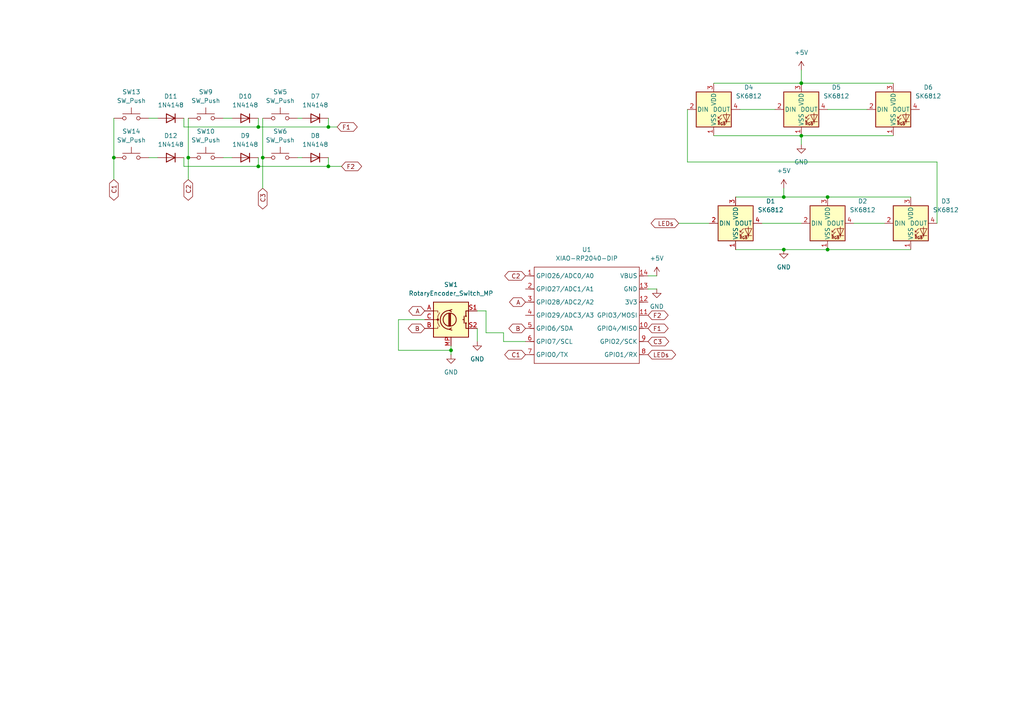
<source format=kicad_sch>
(kicad_sch
	(version 20250114)
	(generator "eeschema")
	(generator_version "9.0")
	(uuid "cae3550a-917c-4a8c-8a46-bd854f58d241")
	(paper "A4")
	(lib_symbols
		(symbol "Device:RotaryEncoder_Switch_MP"
			(pin_names
				(offset 0.254)
				(hide yes)
			)
			(exclude_from_sim no)
			(in_bom yes)
			(on_board yes)
			(property "Reference" "SW"
				(at 0 8.89 0)
				(effects
					(font
						(size 1.27 1.27)
					)
				)
			)
			(property "Value" "RotaryEncoder_Switch_MP"
				(at 0 6.35 0)
				(effects
					(font
						(size 1.27 1.27)
					)
				)
			)
			(property "Footprint" ""
				(at -3.81 4.064 0)
				(effects
					(font
						(size 1.27 1.27)
					)
					(hide yes)
				)
			)
			(property "Datasheet" "~"
				(at 0 -12.7 0)
				(effects
					(font
						(size 1.27 1.27)
					)
					(hide yes)
				)
			)
			(property "Description" "Rotary encoder, dual channel, incremental quadrate outputs, with switch and MP Pin"
				(at 0 -15.24 0)
				(effects
					(font
						(size 1.27 1.27)
					)
					(hide yes)
				)
			)
			(property "ki_keywords" "rotary switch encoder switch push button"
				(at 0 0 0)
				(effects
					(font
						(size 1.27 1.27)
					)
					(hide yes)
				)
			)
			(property "ki_fp_filters" "RotaryEncoder*Switch*"
				(at 0 0 0)
				(effects
					(font
						(size 1.27 1.27)
					)
					(hide yes)
				)
			)
			(symbol "RotaryEncoder_Switch_MP_0_1"
				(rectangle
					(start -5.08 5.08)
					(end 5.08 -5.08)
					(stroke
						(width 0.254)
						(type default)
					)
					(fill
						(type background)
					)
				)
				(polyline
					(pts
						(xy -5.08 2.54) (xy -3.81 2.54) (xy -3.81 2.032)
					)
					(stroke
						(width 0)
						(type default)
					)
					(fill
						(type none)
					)
				)
				(polyline
					(pts
						(xy -5.08 0) (xy -3.81 0) (xy -3.81 -1.016) (xy -3.302 -2.032)
					)
					(stroke
						(width 0)
						(type default)
					)
					(fill
						(type none)
					)
				)
				(polyline
					(pts
						(xy -5.08 -2.54) (xy -3.81 -2.54) (xy -3.81 -2.032)
					)
					(stroke
						(width 0)
						(type default)
					)
					(fill
						(type none)
					)
				)
				(polyline
					(pts
						(xy -4.318 0) (xy -3.81 0) (xy -3.81 1.016) (xy -3.302 2.032)
					)
					(stroke
						(width 0)
						(type default)
					)
					(fill
						(type none)
					)
				)
				(circle
					(center -3.81 0)
					(radius 0.254)
					(stroke
						(width 0)
						(type default)
					)
					(fill
						(type outline)
					)
				)
				(polyline
					(pts
						(xy -0.635 -1.778) (xy -0.635 1.778)
					)
					(stroke
						(width 0.254)
						(type default)
					)
					(fill
						(type none)
					)
				)
				(circle
					(center -0.381 0)
					(radius 1.905)
					(stroke
						(width 0.254)
						(type default)
					)
					(fill
						(type none)
					)
				)
				(polyline
					(pts
						(xy -0.381 -1.778) (xy -0.381 1.778)
					)
					(stroke
						(width 0.254)
						(type default)
					)
					(fill
						(type none)
					)
				)
				(arc
					(start -0.381 -2.794)
					(mid -3.0988 -0.0635)
					(end -0.381 2.667)
					(stroke
						(width 0.254)
						(type default)
					)
					(fill
						(type none)
					)
				)
				(polyline
					(pts
						(xy -0.127 1.778) (xy -0.127 -1.778)
					)
					(stroke
						(width 0.254)
						(type default)
					)
					(fill
						(type none)
					)
				)
				(polyline
					(pts
						(xy 0.254 2.921) (xy -0.508 2.667) (xy 0.127 2.286)
					)
					(stroke
						(width 0.254)
						(type default)
					)
					(fill
						(type none)
					)
				)
				(polyline
					(pts
						(xy 0.254 -3.048) (xy -0.508 -2.794) (xy 0.127 -2.413)
					)
					(stroke
						(width 0.254)
						(type default)
					)
					(fill
						(type none)
					)
				)
				(polyline
					(pts
						(xy 3.81 1.016) (xy 3.81 -1.016)
					)
					(stroke
						(width 0.254)
						(type default)
					)
					(fill
						(type none)
					)
				)
				(polyline
					(pts
						(xy 3.81 0) (xy 3.429 0)
					)
					(stroke
						(width 0.254)
						(type default)
					)
					(fill
						(type none)
					)
				)
				(circle
					(center 4.318 1.016)
					(radius 0.127)
					(stroke
						(width 0.254)
						(type default)
					)
					(fill
						(type none)
					)
				)
				(circle
					(center 4.318 -1.016)
					(radius 0.127)
					(stroke
						(width 0.254)
						(type default)
					)
					(fill
						(type none)
					)
				)
				(polyline
					(pts
						(xy 5.08 2.54) (xy 4.318 2.54) (xy 4.318 1.016)
					)
					(stroke
						(width 0.254)
						(type default)
					)
					(fill
						(type none)
					)
				)
				(polyline
					(pts
						(xy 5.08 -2.54) (xy 4.318 -2.54) (xy 4.318 -1.016)
					)
					(stroke
						(width 0.254)
						(type default)
					)
					(fill
						(type none)
					)
				)
			)
			(symbol "RotaryEncoder_Switch_MP_1_1"
				(pin passive line
					(at -7.62 2.54 0)
					(length 2.54)
					(name "A"
						(effects
							(font
								(size 1.27 1.27)
							)
						)
					)
					(number "A"
						(effects
							(font
								(size 1.27 1.27)
							)
						)
					)
				)
				(pin passive line
					(at -7.62 0 0)
					(length 2.54)
					(name "C"
						(effects
							(font
								(size 1.27 1.27)
							)
						)
					)
					(number "C"
						(effects
							(font
								(size 1.27 1.27)
							)
						)
					)
				)
				(pin passive line
					(at -7.62 -2.54 0)
					(length 2.54)
					(name "B"
						(effects
							(font
								(size 1.27 1.27)
							)
						)
					)
					(number "B"
						(effects
							(font
								(size 1.27 1.27)
							)
						)
					)
				)
				(pin passive line
					(at 0 -7.62 90)
					(length 2.54)
					(name "MP"
						(effects
							(font
								(size 1.27 1.27)
							)
						)
					)
					(number "MP"
						(effects
							(font
								(size 1.27 1.27)
							)
						)
					)
				)
				(pin passive line
					(at 7.62 2.54 180)
					(length 2.54)
					(name "S1"
						(effects
							(font
								(size 1.27 1.27)
							)
						)
					)
					(number "S1"
						(effects
							(font
								(size 1.27 1.27)
							)
						)
					)
				)
				(pin passive line
					(at 7.62 -2.54 180)
					(length 2.54)
					(name "S2"
						(effects
							(font
								(size 1.27 1.27)
							)
						)
					)
					(number "S2"
						(effects
							(font
								(size 1.27 1.27)
							)
						)
					)
				)
			)
			(embedded_fonts no)
		)
		(symbol "Diode:1N4148"
			(pin_numbers
				(hide yes)
			)
			(pin_names
				(hide yes)
			)
			(exclude_from_sim no)
			(in_bom yes)
			(on_board yes)
			(property "Reference" "D"
				(at 0 2.54 0)
				(effects
					(font
						(size 1.27 1.27)
					)
				)
			)
			(property "Value" "1N4148"
				(at 0 -2.54 0)
				(effects
					(font
						(size 1.27 1.27)
					)
				)
			)
			(property "Footprint" "Diode_THT:D_DO-35_SOD27_P7.62mm_Horizontal"
				(at 0 0 0)
				(effects
					(font
						(size 1.27 1.27)
					)
					(hide yes)
				)
			)
			(property "Datasheet" "https://assets.nexperia.com/documents/data-sheet/1N4148_1N4448.pdf"
				(at 0 0 0)
				(effects
					(font
						(size 1.27 1.27)
					)
					(hide yes)
				)
			)
			(property "Description" "100V 0.15A standard switching diode, DO-35"
				(at 0 0 0)
				(effects
					(font
						(size 1.27 1.27)
					)
					(hide yes)
				)
			)
			(property "Sim.Device" "D"
				(at 0 0 0)
				(effects
					(font
						(size 1.27 1.27)
					)
					(hide yes)
				)
			)
			(property "Sim.Pins" "1=K 2=A"
				(at 0 0 0)
				(effects
					(font
						(size 1.27 1.27)
					)
					(hide yes)
				)
			)
			(property "ki_keywords" "diode"
				(at 0 0 0)
				(effects
					(font
						(size 1.27 1.27)
					)
					(hide yes)
				)
			)
			(property "ki_fp_filters" "D*DO?35*"
				(at 0 0 0)
				(effects
					(font
						(size 1.27 1.27)
					)
					(hide yes)
				)
			)
			(symbol "1N4148_0_1"
				(polyline
					(pts
						(xy -1.27 1.27) (xy -1.27 -1.27)
					)
					(stroke
						(width 0.254)
						(type default)
					)
					(fill
						(type none)
					)
				)
				(polyline
					(pts
						(xy 1.27 1.27) (xy 1.27 -1.27) (xy -1.27 0) (xy 1.27 1.27)
					)
					(stroke
						(width 0.254)
						(type default)
					)
					(fill
						(type none)
					)
				)
				(polyline
					(pts
						(xy 1.27 0) (xy -1.27 0)
					)
					(stroke
						(width 0)
						(type default)
					)
					(fill
						(type none)
					)
				)
			)
			(symbol "1N4148_1_1"
				(pin passive line
					(at -3.81 0 0)
					(length 2.54)
					(name "K"
						(effects
							(font
								(size 1.27 1.27)
							)
						)
					)
					(number "1"
						(effects
							(font
								(size 1.27 1.27)
							)
						)
					)
				)
				(pin passive line
					(at 3.81 0 180)
					(length 2.54)
					(name "A"
						(effects
							(font
								(size 1.27 1.27)
							)
						)
					)
					(number "2"
						(effects
							(font
								(size 1.27 1.27)
							)
						)
					)
				)
			)
			(embedded_fonts no)
		)
		(symbol "LED:SK6812"
			(pin_names
				(offset 0.254)
			)
			(exclude_from_sim no)
			(in_bom yes)
			(on_board yes)
			(property "Reference" "D"
				(at 5.08 5.715 0)
				(effects
					(font
						(size 1.27 1.27)
					)
					(justify right bottom)
				)
			)
			(property "Value" "SK6812"
				(at 1.27 -5.715 0)
				(effects
					(font
						(size 1.27 1.27)
					)
					(justify left top)
				)
			)
			(property "Footprint" "LED_SMD:LED_SK6812_PLCC4_5.0x5.0mm_P3.2mm"
				(at 1.27 -7.62 0)
				(effects
					(font
						(size 1.27 1.27)
					)
					(justify left top)
					(hide yes)
				)
			)
			(property "Datasheet" "https://cdn-shop.adafruit.com/product-files/1138/SK6812+LED+datasheet+.pdf"
				(at 2.54 -9.525 0)
				(effects
					(font
						(size 1.27 1.27)
					)
					(justify left top)
					(hide yes)
				)
			)
			(property "Description" "RGB LED with integrated controller"
				(at 0 0 0)
				(effects
					(font
						(size 1.27 1.27)
					)
					(hide yes)
				)
			)
			(property "ki_keywords" "RGB LED NeoPixel addressable"
				(at 0 0 0)
				(effects
					(font
						(size 1.27 1.27)
					)
					(hide yes)
				)
			)
			(property "ki_fp_filters" "LED*SK6812*PLCC*5.0x5.0mm*P3.2mm*"
				(at 0 0 0)
				(effects
					(font
						(size 1.27 1.27)
					)
					(hide yes)
				)
			)
			(symbol "SK6812_0_0"
				(text "RGB"
					(at 2.286 -4.191 0)
					(effects
						(font
							(size 0.762 0.762)
						)
					)
				)
			)
			(symbol "SK6812_0_1"
				(polyline
					(pts
						(xy 1.27 -2.54) (xy 1.778 -2.54)
					)
					(stroke
						(width 0)
						(type default)
					)
					(fill
						(type none)
					)
				)
				(polyline
					(pts
						(xy 1.27 -3.556) (xy 1.778 -3.556)
					)
					(stroke
						(width 0)
						(type default)
					)
					(fill
						(type none)
					)
				)
				(polyline
					(pts
						(xy 2.286 -1.524) (xy 1.27 -2.54) (xy 1.27 -2.032)
					)
					(stroke
						(width 0)
						(type default)
					)
					(fill
						(type none)
					)
				)
				(polyline
					(pts
						(xy 2.286 -2.54) (xy 1.27 -3.556) (xy 1.27 -3.048)
					)
					(stroke
						(width 0)
						(type default)
					)
					(fill
						(type none)
					)
				)
				(polyline
					(pts
						(xy 3.683 -1.016) (xy 3.683 -3.556) (xy 3.683 -4.064)
					)
					(stroke
						(width 0)
						(type default)
					)
					(fill
						(type none)
					)
				)
				(polyline
					(pts
						(xy 4.699 -1.524) (xy 2.667 -1.524) (xy 3.683 -3.556) (xy 4.699 -1.524)
					)
					(stroke
						(width 0)
						(type default)
					)
					(fill
						(type none)
					)
				)
				(polyline
					(pts
						(xy 4.699 -3.556) (xy 2.667 -3.556)
					)
					(stroke
						(width 0)
						(type default)
					)
					(fill
						(type none)
					)
				)
				(rectangle
					(start 5.08 5.08)
					(end -5.08 -5.08)
					(stroke
						(width 0.254)
						(type default)
					)
					(fill
						(type background)
					)
				)
			)
			(symbol "SK6812_1_1"
				(pin input line
					(at -7.62 0 0)
					(length 2.54)
					(name "DIN"
						(effects
							(font
								(size 1.27 1.27)
							)
						)
					)
					(number "2"
						(effects
							(font
								(size 1.27 1.27)
							)
						)
					)
				)
				(pin power_in line
					(at 0 7.62 270)
					(length 2.54)
					(name "VDD"
						(effects
							(font
								(size 1.27 1.27)
							)
						)
					)
					(number "3"
						(effects
							(font
								(size 1.27 1.27)
							)
						)
					)
				)
				(pin power_in line
					(at 0 -7.62 90)
					(length 2.54)
					(name "VSS"
						(effects
							(font
								(size 1.27 1.27)
							)
						)
					)
					(number "1"
						(effects
							(font
								(size 1.27 1.27)
							)
						)
					)
				)
				(pin output line
					(at 7.62 0 180)
					(length 2.54)
					(name "DOUT"
						(effects
							(font
								(size 1.27 1.27)
							)
						)
					)
					(number "4"
						(effects
							(font
								(size 1.27 1.27)
							)
						)
					)
				)
			)
			(embedded_fonts no)
		)
		(symbol "OPL:XIAO-RP2040-DIP"
			(exclude_from_sim no)
			(in_bom yes)
			(on_board yes)
			(property "Reference" "U"
				(at 0 0 0)
				(effects
					(font
						(size 1.27 1.27)
					)
				)
			)
			(property "Value" "XIAO-RP2040-DIP"
				(at 5.334 -1.778 0)
				(effects
					(font
						(size 1.27 1.27)
					)
				)
			)
			(property "Footprint" "Module:MOUDLE14P-XIAO-DIP-SMD"
				(at 14.478 -32.258 0)
				(effects
					(font
						(size 1.27 1.27)
					)
					(hide yes)
				)
			)
			(property "Datasheet" ""
				(at 0 0 0)
				(effects
					(font
						(size 1.27 1.27)
					)
					(hide yes)
				)
			)
			(property "Description" ""
				(at 0 0 0)
				(effects
					(font
						(size 1.27 1.27)
					)
					(hide yes)
				)
			)
			(symbol "XIAO-RP2040-DIP_1_0"
				(polyline
					(pts
						(xy -1.27 -2.54) (xy 29.21 -2.54)
					)
					(stroke
						(width 0.1524)
						(type solid)
					)
					(fill
						(type none)
					)
				)
				(polyline
					(pts
						(xy -1.27 -5.08) (xy -2.54 -5.08)
					)
					(stroke
						(width 0.1524)
						(type solid)
					)
					(fill
						(type none)
					)
				)
				(polyline
					(pts
						(xy -1.27 -5.08) (xy -1.27 -2.54)
					)
					(stroke
						(width 0.1524)
						(type solid)
					)
					(fill
						(type none)
					)
				)
				(polyline
					(pts
						(xy -1.27 -8.89) (xy -2.54 -8.89)
					)
					(stroke
						(width 0.1524)
						(type solid)
					)
					(fill
						(type none)
					)
				)
				(polyline
					(pts
						(xy -1.27 -8.89) (xy -1.27 -5.08)
					)
					(stroke
						(width 0.1524)
						(type solid)
					)
					(fill
						(type none)
					)
				)
				(polyline
					(pts
						(xy -1.27 -12.7) (xy -2.54 -12.7)
					)
					(stroke
						(width 0.1524)
						(type solid)
					)
					(fill
						(type none)
					)
				)
				(polyline
					(pts
						(xy -1.27 -12.7) (xy -1.27 -8.89)
					)
					(stroke
						(width 0.1524)
						(type solid)
					)
					(fill
						(type none)
					)
				)
				(polyline
					(pts
						(xy -1.27 -16.51) (xy -2.54 -16.51)
					)
					(stroke
						(width 0.1524)
						(type solid)
					)
					(fill
						(type none)
					)
				)
				(polyline
					(pts
						(xy -1.27 -16.51) (xy -1.27 -12.7)
					)
					(stroke
						(width 0.1524)
						(type solid)
					)
					(fill
						(type none)
					)
				)
				(polyline
					(pts
						(xy -1.27 -20.32) (xy -2.54 -20.32)
					)
					(stroke
						(width 0.1524)
						(type solid)
					)
					(fill
						(type none)
					)
				)
				(polyline
					(pts
						(xy -1.27 -24.13) (xy -2.54 -24.13)
					)
					(stroke
						(width 0.1524)
						(type solid)
					)
					(fill
						(type none)
					)
				)
				(polyline
					(pts
						(xy -1.27 -27.94) (xy -2.54 -27.94)
					)
					(stroke
						(width 0.1524)
						(type solid)
					)
					(fill
						(type none)
					)
				)
				(polyline
					(pts
						(xy -1.27 -30.48) (xy -1.27 -16.51)
					)
					(stroke
						(width 0.1524)
						(type solid)
					)
					(fill
						(type none)
					)
				)
				(polyline
					(pts
						(xy 29.21 -2.54) (xy 29.21 -5.08)
					)
					(stroke
						(width 0.1524)
						(type solid)
					)
					(fill
						(type none)
					)
				)
				(polyline
					(pts
						(xy 29.21 -5.08) (xy 29.21 -8.89)
					)
					(stroke
						(width 0.1524)
						(type solid)
					)
					(fill
						(type none)
					)
				)
				(polyline
					(pts
						(xy 29.21 -8.89) (xy 29.21 -12.7)
					)
					(stroke
						(width 0.1524)
						(type solid)
					)
					(fill
						(type none)
					)
				)
				(polyline
					(pts
						(xy 29.21 -12.7) (xy 29.21 -30.48)
					)
					(stroke
						(width 0.1524)
						(type solid)
					)
					(fill
						(type none)
					)
				)
				(polyline
					(pts
						(xy 29.21 -30.48) (xy -1.27 -30.48)
					)
					(stroke
						(width 0.1524)
						(type solid)
					)
					(fill
						(type none)
					)
				)
				(polyline
					(pts
						(xy 30.48 -5.08) (xy 29.21 -5.08)
					)
					(stroke
						(width 0.1524)
						(type solid)
					)
					(fill
						(type none)
					)
				)
				(polyline
					(pts
						(xy 30.48 -8.89) (xy 29.21 -8.89)
					)
					(stroke
						(width 0.1524)
						(type solid)
					)
					(fill
						(type none)
					)
				)
				(polyline
					(pts
						(xy 30.48 -12.7) (xy 29.21 -12.7)
					)
					(stroke
						(width 0.1524)
						(type solid)
					)
					(fill
						(type none)
					)
				)
				(polyline
					(pts
						(xy 30.48 -16.51) (xy 29.21 -16.51)
					)
					(stroke
						(width 0.1524)
						(type solid)
					)
					(fill
						(type none)
					)
				)
				(polyline
					(pts
						(xy 30.48 -20.32) (xy 29.21 -20.32)
					)
					(stroke
						(width 0.1524)
						(type solid)
					)
					(fill
						(type none)
					)
				)
				(polyline
					(pts
						(xy 30.48 -24.13) (xy 29.21 -24.13)
					)
					(stroke
						(width 0.1524)
						(type solid)
					)
					(fill
						(type none)
					)
				)
				(polyline
					(pts
						(xy 30.48 -27.94) (xy 29.21 -27.94)
					)
					(stroke
						(width 0.1524)
						(type solid)
					)
					(fill
						(type none)
					)
				)
				(pin passive line
					(at -3.81 -5.08 0)
					(length 2.54)
					(name "GPIO26/ADC0/A0"
						(effects
							(font
								(size 1.27 1.27)
							)
						)
					)
					(number "1"
						(effects
							(font
								(size 1.27 1.27)
							)
						)
					)
				)
				(pin passive line
					(at -3.81 -8.89 0)
					(length 2.54)
					(name "GPIO27/ADC1/A1"
						(effects
							(font
								(size 1.27 1.27)
							)
						)
					)
					(number "2"
						(effects
							(font
								(size 1.27 1.27)
							)
						)
					)
				)
				(pin passive line
					(at -3.81 -12.7 0)
					(length 2.54)
					(name "GPIO28/ADC2/A2"
						(effects
							(font
								(size 1.27 1.27)
							)
						)
					)
					(number "3"
						(effects
							(font
								(size 1.27 1.27)
							)
						)
					)
				)
				(pin passive line
					(at -3.81 -16.51 0)
					(length 2.54)
					(name "GPIO29/ADC3/A3"
						(effects
							(font
								(size 1.27 1.27)
							)
						)
					)
					(number "4"
						(effects
							(font
								(size 1.27 1.27)
							)
						)
					)
				)
				(pin passive line
					(at -3.81 -20.32 0)
					(length 2.54)
					(name "GPIO6/SDA"
						(effects
							(font
								(size 1.27 1.27)
							)
						)
					)
					(number "5"
						(effects
							(font
								(size 1.27 1.27)
							)
						)
					)
				)
				(pin passive line
					(at -3.81 -24.13 0)
					(length 2.54)
					(name "GPIO7/SCL"
						(effects
							(font
								(size 1.27 1.27)
							)
						)
					)
					(number "6"
						(effects
							(font
								(size 1.27 1.27)
							)
						)
					)
				)
				(pin passive line
					(at -3.81 -27.94 0)
					(length 2.54)
					(name "GPIO0/TX"
						(effects
							(font
								(size 1.27 1.27)
							)
						)
					)
					(number "7"
						(effects
							(font
								(size 1.27 1.27)
							)
						)
					)
				)
				(pin passive line
					(at 31.75 -5.08 180)
					(length 2.54)
					(name "VBUS"
						(effects
							(font
								(size 1.27 1.27)
							)
						)
					)
					(number "14"
						(effects
							(font
								(size 1.27 1.27)
							)
						)
					)
				)
				(pin passive line
					(at 31.75 -8.89 180)
					(length 2.54)
					(name "GND"
						(effects
							(font
								(size 1.27 1.27)
							)
						)
					)
					(number "13"
						(effects
							(font
								(size 1.27 1.27)
							)
						)
					)
				)
				(pin passive line
					(at 31.75 -12.7 180)
					(length 2.54)
					(name "3V3"
						(effects
							(font
								(size 1.27 1.27)
							)
						)
					)
					(number "12"
						(effects
							(font
								(size 1.27 1.27)
							)
						)
					)
				)
				(pin passive line
					(at 31.75 -16.51 180)
					(length 2.54)
					(name "GPIO3/MOSI"
						(effects
							(font
								(size 1.27 1.27)
							)
						)
					)
					(number "11"
						(effects
							(font
								(size 1.27 1.27)
							)
						)
					)
				)
				(pin passive line
					(at 31.75 -20.32 180)
					(length 2.54)
					(name "GPIO4/MISO"
						(effects
							(font
								(size 1.27 1.27)
							)
						)
					)
					(number "10"
						(effects
							(font
								(size 1.27 1.27)
							)
						)
					)
				)
				(pin passive line
					(at 31.75 -24.13 180)
					(length 2.54)
					(name "GPIO2/SCK"
						(effects
							(font
								(size 1.27 1.27)
							)
						)
					)
					(number "9"
						(effects
							(font
								(size 1.27 1.27)
							)
						)
					)
				)
				(pin passive line
					(at 31.75 -27.94 180)
					(length 2.54)
					(name "GPIO1/RX"
						(effects
							(font
								(size 1.27 1.27)
							)
						)
					)
					(number "8"
						(effects
							(font
								(size 1.27 1.27)
							)
						)
					)
				)
			)
			(embedded_fonts no)
		)
		(symbol "Switch:SW_Push"
			(pin_numbers
				(hide yes)
			)
			(pin_names
				(offset 1.016)
				(hide yes)
			)
			(exclude_from_sim no)
			(in_bom yes)
			(on_board yes)
			(property "Reference" "SW"
				(at 1.27 2.54 0)
				(effects
					(font
						(size 1.27 1.27)
					)
					(justify left)
				)
			)
			(property "Value" "SW_Push"
				(at 0 -1.524 0)
				(effects
					(font
						(size 1.27 1.27)
					)
				)
			)
			(property "Footprint" ""
				(at 0 5.08 0)
				(effects
					(font
						(size 1.27 1.27)
					)
					(hide yes)
				)
			)
			(property "Datasheet" "~"
				(at 0 5.08 0)
				(effects
					(font
						(size 1.27 1.27)
					)
					(hide yes)
				)
			)
			(property "Description" "Push button switch, generic, two pins"
				(at 0 0 0)
				(effects
					(font
						(size 1.27 1.27)
					)
					(hide yes)
				)
			)
			(property "ki_keywords" "switch normally-open pushbutton push-button"
				(at 0 0 0)
				(effects
					(font
						(size 1.27 1.27)
					)
					(hide yes)
				)
			)
			(symbol "SW_Push_0_1"
				(circle
					(center -2.032 0)
					(radius 0.508)
					(stroke
						(width 0)
						(type default)
					)
					(fill
						(type none)
					)
				)
				(polyline
					(pts
						(xy 0 1.27) (xy 0 3.048)
					)
					(stroke
						(width 0)
						(type default)
					)
					(fill
						(type none)
					)
				)
				(circle
					(center 2.032 0)
					(radius 0.508)
					(stroke
						(width 0)
						(type default)
					)
					(fill
						(type none)
					)
				)
				(polyline
					(pts
						(xy 2.54 1.27) (xy -2.54 1.27)
					)
					(stroke
						(width 0)
						(type default)
					)
					(fill
						(type none)
					)
				)
				(pin passive line
					(at -5.08 0 0)
					(length 2.54)
					(name "1"
						(effects
							(font
								(size 1.27 1.27)
							)
						)
					)
					(number "1"
						(effects
							(font
								(size 1.27 1.27)
							)
						)
					)
				)
				(pin passive line
					(at 5.08 0 180)
					(length 2.54)
					(name "2"
						(effects
							(font
								(size 1.27 1.27)
							)
						)
					)
					(number "2"
						(effects
							(font
								(size 1.27 1.27)
							)
						)
					)
				)
			)
			(embedded_fonts no)
		)
		(symbol "power:+5V"
			(power)
			(pin_numbers
				(hide yes)
			)
			(pin_names
				(offset 0)
				(hide yes)
			)
			(exclude_from_sim no)
			(in_bom yes)
			(on_board yes)
			(property "Reference" "#PWR"
				(at 0 -3.81 0)
				(effects
					(font
						(size 1.27 1.27)
					)
					(hide yes)
				)
			)
			(property "Value" "+5V"
				(at 0 3.556 0)
				(effects
					(font
						(size 1.27 1.27)
					)
				)
			)
			(property "Footprint" ""
				(at 0 0 0)
				(effects
					(font
						(size 1.27 1.27)
					)
					(hide yes)
				)
			)
			(property "Datasheet" ""
				(at 0 0 0)
				(effects
					(font
						(size 1.27 1.27)
					)
					(hide yes)
				)
			)
			(property "Description" "Power symbol creates a global label with name \"+5V\""
				(at 0 0 0)
				(effects
					(font
						(size 1.27 1.27)
					)
					(hide yes)
				)
			)
			(property "ki_keywords" "global power"
				(at 0 0 0)
				(effects
					(font
						(size 1.27 1.27)
					)
					(hide yes)
				)
			)
			(symbol "+5V_0_1"
				(polyline
					(pts
						(xy -0.762 1.27) (xy 0 2.54)
					)
					(stroke
						(width 0)
						(type default)
					)
					(fill
						(type none)
					)
				)
				(polyline
					(pts
						(xy 0 2.54) (xy 0.762 1.27)
					)
					(stroke
						(width 0)
						(type default)
					)
					(fill
						(type none)
					)
				)
				(polyline
					(pts
						(xy 0 0) (xy 0 2.54)
					)
					(stroke
						(width 0)
						(type default)
					)
					(fill
						(type none)
					)
				)
			)
			(symbol "+5V_1_1"
				(pin power_in line
					(at 0 0 90)
					(length 0)
					(name "~"
						(effects
							(font
								(size 1.27 1.27)
							)
						)
					)
					(number "1"
						(effects
							(font
								(size 1.27 1.27)
							)
						)
					)
				)
			)
			(embedded_fonts no)
		)
		(symbol "power:GND"
			(power)
			(pin_numbers
				(hide yes)
			)
			(pin_names
				(offset 0)
				(hide yes)
			)
			(exclude_from_sim no)
			(in_bom yes)
			(on_board yes)
			(property "Reference" "#PWR"
				(at 0 -6.35 0)
				(effects
					(font
						(size 1.27 1.27)
					)
					(hide yes)
				)
			)
			(property "Value" "GND"
				(at 0 -3.81 0)
				(effects
					(font
						(size 1.27 1.27)
					)
				)
			)
			(property "Footprint" ""
				(at 0 0 0)
				(effects
					(font
						(size 1.27 1.27)
					)
					(hide yes)
				)
			)
			(property "Datasheet" ""
				(at 0 0 0)
				(effects
					(font
						(size 1.27 1.27)
					)
					(hide yes)
				)
			)
			(property "Description" "Power symbol creates a global label with name \"GND\" , ground"
				(at 0 0 0)
				(effects
					(font
						(size 1.27 1.27)
					)
					(hide yes)
				)
			)
			(property "ki_keywords" "global power"
				(at 0 0 0)
				(effects
					(font
						(size 1.27 1.27)
					)
					(hide yes)
				)
			)
			(symbol "GND_0_1"
				(polyline
					(pts
						(xy 0 0) (xy 0 -1.27) (xy 1.27 -1.27) (xy 0 -2.54) (xy -1.27 -1.27) (xy 0 -1.27)
					)
					(stroke
						(width 0)
						(type default)
					)
					(fill
						(type none)
					)
				)
			)
			(symbol "GND_1_1"
				(pin power_in line
					(at 0 0 270)
					(length 0)
					(name "~"
						(effects
							(font
								(size 1.27 1.27)
							)
						)
					)
					(number "1"
						(effects
							(font
								(size 1.27 1.27)
							)
						)
					)
				)
			)
			(embedded_fonts no)
		)
	)
	(junction
		(at 74.93 36.83)
		(diameter 0)
		(color 0 0 0 0)
		(uuid "0272672b-1d97-42c4-a385-d12dd118c730")
	)
	(junction
		(at 227.33 57.15)
		(diameter 0)
		(color 0 0 0 0)
		(uuid "0e992ddc-5835-41bf-be8b-d321a2901ac7")
	)
	(junction
		(at 54.61 45.72)
		(diameter 0)
		(color 0 0 0 0)
		(uuid "0ef7c470-08ae-4fd8-8fbd-48d9072897a5")
	)
	(junction
		(at 95.25 48.26)
		(diameter 0)
		(color 0 0 0 0)
		(uuid "115fb04d-b9de-49d8-9e62-2ec704eb2a90")
	)
	(junction
		(at 227.33 72.39)
		(diameter 0)
		(color 0 0 0 0)
		(uuid "14d6adf0-f323-4f12-8880-ead71a8b6763")
	)
	(junction
		(at 240.03 72.39)
		(diameter 0)
		(color 0 0 0 0)
		(uuid "19aabda1-47fa-4044-8c3f-15dc57e4b307")
	)
	(junction
		(at 74.93 48.26)
		(diameter 0)
		(color 0 0 0 0)
		(uuid "29ff78fa-2740-4205-a2db-daa7d38923a3")
	)
	(junction
		(at 33.02 45.72)
		(diameter 0)
		(color 0 0 0 0)
		(uuid "46a6bc0b-528e-49ad-8b71-f055acbb77ce")
	)
	(junction
		(at 130.81 101.6)
		(diameter 0)
		(color 0 0 0 0)
		(uuid "5a90fae9-5444-4331-8d8c-a966b965e079")
	)
	(junction
		(at 232.41 24.13)
		(diameter 0)
		(color 0 0 0 0)
		(uuid "734ea4bb-cb69-4162-9388-7cac2bd59d00")
	)
	(junction
		(at 240.03 57.15)
		(diameter 0)
		(color 0 0 0 0)
		(uuid "7fd33f0f-a77d-4791-a638-6ed451bd7665")
	)
	(junction
		(at 95.25 36.83)
		(diameter 0)
		(color 0 0 0 0)
		(uuid "ba4b07f3-ec05-43d8-a36b-4886d2f22186")
	)
	(junction
		(at 76.2 45.72)
		(diameter 0)
		(color 0 0 0 0)
		(uuid "e5d9f66f-c51d-45b6-b7ad-96c80d72f2eb")
	)
	(junction
		(at 232.41 39.37)
		(diameter 0)
		(color 0 0 0 0)
		(uuid "e8fc56c9-c381-40b7-a36d-f720af940aeb")
	)
	(wire
		(pts
			(xy 232.41 20.32) (xy 232.41 24.13)
		)
		(stroke
			(width 0)
			(type default)
		)
		(uuid "03c6521e-8dc6-4520-afd7-3394d0586e97")
	)
	(wire
		(pts
			(xy 247.65 64.77) (xy 256.54 64.77)
		)
		(stroke
			(width 0)
			(type default)
		)
		(uuid "06af4de8-7e62-4fbd-a352-3de5c45a2a1c")
	)
	(wire
		(pts
			(xy 213.36 57.15) (xy 227.33 57.15)
		)
		(stroke
			(width 0)
			(type default)
		)
		(uuid "06b3ebf0-c870-4bd3-b0ed-9f6e70f787a4")
	)
	(wire
		(pts
			(xy 227.33 57.15) (xy 240.03 57.15)
		)
		(stroke
			(width 0)
			(type default)
		)
		(uuid "07e52cab-9170-4992-b2f0-ca3baeb99130")
	)
	(wire
		(pts
			(xy 53.34 36.83) (xy 74.93 36.83)
		)
		(stroke
			(width 0)
			(type default)
		)
		(uuid "0fcaa8b6-bc64-4d0e-b50e-9f591764cf56")
	)
	(wire
		(pts
			(xy 146.05 96.52) (xy 146.05 99.06)
		)
		(stroke
			(width 0)
			(type default)
		)
		(uuid "119ebba0-f2ac-443a-af57-dfc9b9a3615b")
	)
	(wire
		(pts
			(xy 64.77 34.29) (xy 67.31 34.29)
		)
		(stroke
			(width 0)
			(type default)
		)
		(uuid "16216699-2f73-4c71-be2f-f3779e160a58")
	)
	(wire
		(pts
			(xy 74.93 34.29) (xy 74.93 36.83)
		)
		(stroke
			(width 0)
			(type default)
		)
		(uuid "1634ae37-b1c6-446a-a534-636e9aa6d1cc")
	)
	(wire
		(pts
			(xy 146.05 99.06) (xy 152.4 99.06)
		)
		(stroke
			(width 0)
			(type default)
		)
		(uuid "195fc9d4-f44b-415e-9159-c37bff9ea642")
	)
	(wire
		(pts
			(xy 196.85 64.77) (xy 205.74 64.77)
		)
		(stroke
			(width 0)
			(type default)
		)
		(uuid "1b04db8b-89dc-41bc-9460-1510a7bb7dbd")
	)
	(wire
		(pts
			(xy 199.39 46.99) (xy 199.39 31.75)
		)
		(stroke
			(width 0)
			(type default)
		)
		(uuid "27856e25-c5f1-4c6d-8589-f1b68a32db31")
	)
	(wire
		(pts
			(xy 76.2 45.72) (xy 76.2 54.61)
		)
		(stroke
			(width 0)
			(type default)
		)
		(uuid "2b6e3bdb-b932-4832-b494-fece4ca2af14")
	)
	(wire
		(pts
			(xy 54.61 34.29) (xy 54.61 45.72)
		)
		(stroke
			(width 0)
			(type default)
		)
		(uuid "2f900401-01ca-4dfa-b293-ea13953c38ef")
	)
	(wire
		(pts
			(xy 140.97 90.17) (xy 140.97 96.52)
		)
		(stroke
			(width 0)
			(type default)
		)
		(uuid "37b9668f-4656-4c04-8dd7-d616b3768d08")
	)
	(wire
		(pts
			(xy 130.81 102.87) (xy 130.81 101.6)
		)
		(stroke
			(width 0)
			(type default)
		)
		(uuid "3c9d4d42-5b4f-4462-8a16-ecd9a4d7a689")
	)
	(wire
		(pts
			(xy 74.93 48.26) (xy 95.25 48.26)
		)
		(stroke
			(width 0)
			(type default)
		)
		(uuid "3f02cfc1-a7e6-437c-9a40-ca91d2beb945")
	)
	(wire
		(pts
			(xy 115.57 92.71) (xy 115.57 101.6)
		)
		(stroke
			(width 0)
			(type default)
		)
		(uuid "4aa06de4-ac88-4d13-825c-9ac8291d426b")
	)
	(wire
		(pts
			(xy 140.97 96.52) (xy 146.05 96.52)
		)
		(stroke
			(width 0)
			(type default)
		)
		(uuid "4c1b51dc-49b2-4fac-a667-3c697ac23c81")
	)
	(wire
		(pts
			(xy 74.93 45.72) (xy 74.93 48.26)
		)
		(stroke
			(width 0)
			(type default)
		)
		(uuid "504b340f-393b-4c92-bb82-b210e179d0e8")
	)
	(wire
		(pts
			(xy 207.01 24.13) (xy 232.41 24.13)
		)
		(stroke
			(width 0)
			(type default)
		)
		(uuid "51013376-3959-4c71-ab35-e0e815f594a9")
	)
	(wire
		(pts
			(xy 271.78 64.77) (xy 271.78 46.99)
		)
		(stroke
			(width 0)
			(type default)
		)
		(uuid "530627fa-2145-4c9f-822a-9bae51cef47b")
	)
	(wire
		(pts
			(xy 95.25 45.72) (xy 95.25 48.26)
		)
		(stroke
			(width 0)
			(type default)
		)
		(uuid "5718da81-a457-4c54-9430-23970110c70d")
	)
	(wire
		(pts
			(xy 220.98 64.77) (xy 232.41 64.77)
		)
		(stroke
			(width 0)
			(type default)
		)
		(uuid "5d1e8599-27ed-44c3-8212-bdc74a2dd62a")
	)
	(wire
		(pts
			(xy 240.03 31.75) (xy 251.46 31.75)
		)
		(stroke
			(width 0)
			(type default)
		)
		(uuid "5dc22eb4-7b37-44e8-ba9d-9bdbfb6ab0ff")
	)
	(wire
		(pts
			(xy 64.77 45.72) (xy 67.31 45.72)
		)
		(stroke
			(width 0)
			(type default)
		)
		(uuid "5e54913e-5f49-4716-bf52-2aa36976605e")
	)
	(wire
		(pts
			(xy 115.57 101.6) (xy 130.81 101.6)
		)
		(stroke
			(width 0)
			(type default)
		)
		(uuid "62810eea-25c5-4557-8a06-855347b732bb")
	)
	(wire
		(pts
			(xy 232.41 24.13) (xy 259.08 24.13)
		)
		(stroke
			(width 0)
			(type default)
		)
		(uuid "66ba6091-59e5-49b2-83e2-4790a01ff62f")
	)
	(wire
		(pts
			(xy 95.25 34.29) (xy 95.25 36.83)
		)
		(stroke
			(width 0)
			(type default)
		)
		(uuid "6e720e53-729c-4563-af17-be65bbe3dcc3")
	)
	(wire
		(pts
			(xy 86.36 45.72) (xy 87.63 45.72)
		)
		(stroke
			(width 0)
			(type default)
		)
		(uuid "74739577-0d58-4716-8c54-9ad7a12989a1")
	)
	(wire
		(pts
			(xy 95.25 48.26) (xy 99.06 48.26)
		)
		(stroke
			(width 0)
			(type default)
		)
		(uuid "7793af7b-62f0-461b-b325-6c44c3892028")
	)
	(wire
		(pts
			(xy 271.78 46.99) (xy 199.39 46.99)
		)
		(stroke
			(width 0)
			(type default)
		)
		(uuid "792eddc1-a0d0-4d53-b9d0-eff72583df6a")
	)
	(wire
		(pts
			(xy 33.02 34.29) (xy 33.02 45.72)
		)
		(stroke
			(width 0)
			(type default)
		)
		(uuid "7c58eabd-5193-4e58-96c6-3ca5d6d4e9bf")
	)
	(wire
		(pts
			(xy 123.19 92.71) (xy 115.57 92.71)
		)
		(stroke
			(width 0)
			(type default)
		)
		(uuid "87a76d79-99cb-446e-82b4-bbf74e354121")
	)
	(wire
		(pts
			(xy 53.34 34.29) (xy 53.34 36.83)
		)
		(stroke
			(width 0)
			(type default)
		)
		(uuid "8dec8b4f-725e-45e7-981c-6478814207fe")
	)
	(wire
		(pts
			(xy 33.02 52.07) (xy 33.02 45.72)
		)
		(stroke
			(width 0)
			(type default)
		)
		(uuid "917d463c-df58-45cb-9985-908195f092f6")
	)
	(wire
		(pts
			(xy 232.41 39.37) (xy 259.08 39.37)
		)
		(stroke
			(width 0)
			(type default)
		)
		(uuid "9875430b-3771-4528-a712-60a9a99ba5cc")
	)
	(wire
		(pts
			(xy 53.34 48.26) (xy 74.93 48.26)
		)
		(stroke
			(width 0)
			(type default)
		)
		(uuid "99db31ff-385f-4be2-951b-dd5b4aad7df0")
	)
	(wire
		(pts
			(xy 138.43 95.25) (xy 138.43 99.06)
		)
		(stroke
			(width 0)
			(type default)
		)
		(uuid "9f71421f-df9e-414b-98f6-9f6ae155468e")
	)
	(wire
		(pts
			(xy 214.63 31.75) (xy 224.79 31.75)
		)
		(stroke
			(width 0)
			(type default)
		)
		(uuid "aa3805c4-8fd0-4e22-a8f4-2d976a695e0d")
	)
	(wire
		(pts
			(xy 240.03 57.15) (xy 264.16 57.15)
		)
		(stroke
			(width 0)
			(type default)
		)
		(uuid "abfb9a6f-15f7-4a46-9a85-274013c75012")
	)
	(wire
		(pts
			(xy 130.81 101.6) (xy 130.81 100.33)
		)
		(stroke
			(width 0)
			(type default)
		)
		(uuid "b0a87f5c-7481-4052-b730-04d047af3c68")
	)
	(wire
		(pts
			(xy 213.36 72.39) (xy 227.33 72.39)
		)
		(stroke
			(width 0)
			(type default)
		)
		(uuid "b2e4f834-50db-484d-9256-625ccf752e58")
	)
	(wire
		(pts
			(xy 74.93 36.83) (xy 95.25 36.83)
		)
		(stroke
			(width 0)
			(type default)
		)
		(uuid "b51fc10f-0db9-467c-93c2-0e40d6c2de4c")
	)
	(wire
		(pts
			(xy 138.43 90.17) (xy 140.97 90.17)
		)
		(stroke
			(width 0)
			(type default)
		)
		(uuid "b9ee39d4-d35e-4916-9e9b-d4278eb79a92")
	)
	(wire
		(pts
			(xy 207.01 39.37) (xy 232.41 39.37)
		)
		(stroke
			(width 0)
			(type default)
		)
		(uuid "bc7c77a1-9d64-4acf-89fe-0a5198079074")
	)
	(wire
		(pts
			(xy 53.34 45.72) (xy 53.34 48.26)
		)
		(stroke
			(width 0)
			(type default)
		)
		(uuid "c5178706-a116-4ea8-8296-aad63048229b")
	)
	(wire
		(pts
			(xy 76.2 34.29) (xy 76.2 45.72)
		)
		(stroke
			(width 0)
			(type default)
		)
		(uuid "cae36c27-90aa-4477-808f-a667c60a25d5")
	)
	(wire
		(pts
			(xy 43.18 45.72) (xy 45.72 45.72)
		)
		(stroke
			(width 0)
			(type default)
		)
		(uuid "cffaba17-5189-4c72-bf8a-8acb6fa1ebb9")
	)
	(wire
		(pts
			(xy 95.25 36.83) (xy 97.79 36.83)
		)
		(stroke
			(width 0)
			(type default)
		)
		(uuid "d7f0ed97-6861-49f2-a8f0-a62805b599c1")
	)
	(wire
		(pts
			(xy 240.03 72.39) (xy 264.16 72.39)
		)
		(stroke
			(width 0)
			(type default)
		)
		(uuid "d9791ab8-85f7-4e47-aff3-e3d6eb3c0193")
	)
	(wire
		(pts
			(xy 43.18 34.29) (xy 45.72 34.29)
		)
		(stroke
			(width 0)
			(type default)
		)
		(uuid "e29c0d20-68e0-40b9-ba17-191c6f10d4a9")
	)
	(wire
		(pts
			(xy 187.96 80.01) (xy 190.5 80.01)
		)
		(stroke
			(width 0)
			(type default)
		)
		(uuid "e7656c45-512b-48e0-92ec-218927130001")
	)
	(wire
		(pts
			(xy 227.33 72.39) (xy 240.03 72.39)
		)
		(stroke
			(width 0)
			(type default)
		)
		(uuid "e7b893cc-235f-45cf-9e74-ac8a98c3c651")
	)
	(wire
		(pts
			(xy 227.33 57.15) (xy 227.33 54.61)
		)
		(stroke
			(width 0)
			(type default)
		)
		(uuid "e891e241-0bcd-47fc-9ffd-a8ffa2a12cd1")
	)
	(wire
		(pts
			(xy 187.96 83.82) (xy 190.5 83.82)
		)
		(stroke
			(width 0)
			(type default)
		)
		(uuid "f093e431-7f8a-4522-abbe-74ab4b31cfba")
	)
	(wire
		(pts
			(xy 54.61 45.72) (xy 54.61 52.07)
		)
		(stroke
			(width 0)
			(type default)
		)
		(uuid "f3bb623b-97dc-42c5-9838-2e587955d0c4")
	)
	(wire
		(pts
			(xy 86.36 34.29) (xy 87.63 34.29)
		)
		(stroke
			(width 0)
			(type default)
		)
		(uuid "f6151b6c-ac96-454f-a1ea-1a7c4deef6ee")
	)
	(wire
		(pts
			(xy 232.41 39.37) (xy 232.41 41.91)
		)
		(stroke
			(width 0)
			(type default)
		)
		(uuid "f6ced7eb-d718-4793-960a-c7691214878c")
	)
	(global_label "F2"
		(shape bidirectional)
		(at 187.96 91.44 0)
		(fields_autoplaced yes)
		(effects
			(font
				(size 1.27 1.27)
			)
			(justify left)
		)
		(uuid "08a51c7b-44de-4ffa-acf5-b83471c4cb1f")
		(property "Intersheetrefs" "${INTERSHEET_REFS}"
			(at 194.3546 91.44 0)
			(effects
				(font
					(size 1.27 1.27)
				)
				(justify left)
				(hide yes)
			)
		)
	)
	(global_label "F1"
		(shape bidirectional)
		(at 97.79 36.83 0)
		(fields_autoplaced yes)
		(effects
			(font
				(size 1.27 1.27)
			)
			(justify left)
		)
		(uuid "0f94bc36-c2b7-4dae-b780-4bf03bfc98f1")
		(property "Intersheetrefs" "${INTERSHEET_REFS}"
			(at 104.1846 36.83 0)
			(effects
				(font
					(size 1.27 1.27)
				)
				(justify left)
				(hide yes)
			)
		)
	)
	(global_label "C1"
		(shape bidirectional)
		(at 33.02 52.07 270)
		(fields_autoplaced yes)
		(effects
			(font
				(size 1.27 1.27)
			)
			(justify right)
		)
		(uuid "155f9a2e-ea54-4b43-9d90-c844e931f124")
		(property "Intersheetrefs" "${INTERSHEET_REFS}"
			(at 33.02 58.646 90)
			(effects
				(font
					(size 1.27 1.27)
				)
				(justify right)
				(hide yes)
			)
		)
	)
	(global_label "C3"
		(shape bidirectional)
		(at 187.96 99.06 0)
		(fields_autoplaced yes)
		(effects
			(font
				(size 1.27 1.27)
			)
			(justify left)
		)
		(uuid "18fcb96d-81a1-45ce-aa39-8d4363a7c1d0")
		(property "Intersheetrefs" "${INTERSHEET_REFS}"
			(at 194.536 99.06 0)
			(effects
				(font
					(size 1.27 1.27)
				)
				(justify left)
				(hide yes)
			)
		)
	)
	(global_label "C3"
		(shape bidirectional)
		(at 76.2 54.61 270)
		(fields_autoplaced yes)
		(effects
			(font
				(size 1.27 1.27)
			)
			(justify right)
		)
		(uuid "342ec5df-307c-4b43-bd1e-1f31cd6ec1a3")
		(property "Intersheetrefs" "${INTERSHEET_REFS}"
			(at 76.2 61.186 90)
			(effects
				(font
					(size 1.27 1.27)
				)
				(justify right)
				(hide yes)
			)
		)
	)
	(global_label "C2"
		(shape bidirectional)
		(at 152.4 80.01 180)
		(fields_autoplaced yes)
		(effects
			(font
				(size 1.27 1.27)
			)
			(justify right)
		)
		(uuid "43b9e7de-7012-47c6-85d4-61977c16f2cc")
		(property "Intersheetrefs" "${INTERSHEET_REFS}"
			(at 145.824 80.01 0)
			(effects
				(font
					(size 1.27 1.27)
				)
				(justify right)
				(hide yes)
			)
		)
	)
	(global_label "LEDs"
		(shape bidirectional)
		(at 196.85 64.77 180)
		(fields_autoplaced yes)
		(effects
			(font
				(size 1.27 1.27)
			)
			(justify right)
		)
		(uuid "698f7206-8f8d-4b83-87ed-7d0211f92d33")
		(property "Intersheetrefs" "${INTERSHEET_REFS}"
			(at 188.2783 64.77 0)
			(effects
				(font
					(size 1.27 1.27)
				)
				(justify right)
				(hide yes)
			)
		)
	)
	(global_label "A"
		(shape bidirectional)
		(at 123.19 90.17 180)
		(fields_autoplaced yes)
		(effects
			(font
				(size 1.27 1.27)
			)
			(justify right)
		)
		(uuid "a8564697-4d5e-4c67-b683-2dfd832e4846")
		(property "Intersheetrefs" "${INTERSHEET_REFS}"
			(at 118.0049 90.17 0)
			(effects
				(font
					(size 1.27 1.27)
				)
				(justify right)
				(hide yes)
			)
		)
	)
	(global_label "A"
		(shape bidirectional)
		(at 152.4 87.63 180)
		(fields_autoplaced yes)
		(effects
			(font
				(size 1.27 1.27)
			)
			(justify right)
		)
		(uuid "ad3043ef-e7e6-4b13-b247-9dde1aa6ff41")
		(property "Intersheetrefs" "${INTERSHEET_REFS}"
			(at 147.2149 87.63 0)
			(effects
				(font
					(size 1.27 1.27)
				)
				(justify right)
				(hide yes)
			)
		)
	)
	(global_label "B"
		(shape bidirectional)
		(at 123.19 95.25 180)
		(fields_autoplaced yes)
		(effects
			(font
				(size 1.27 1.27)
			)
			(justify right)
		)
		(uuid "aee321d2-0d2c-4b4d-a7b4-ac286bc61926")
		(property "Intersheetrefs" "${INTERSHEET_REFS}"
			(at 117.8235 95.25 0)
			(effects
				(font
					(size 1.27 1.27)
				)
				(justify right)
				(hide yes)
			)
		)
	)
	(global_label "B"
		(shape bidirectional)
		(at 152.4 95.25 180)
		(fields_autoplaced yes)
		(effects
			(font
				(size 1.27 1.27)
			)
			(justify right)
		)
		(uuid "b36c5bf0-3fa5-4a2c-b982-b81f33383774")
		(property "Intersheetrefs" "${INTERSHEET_REFS}"
			(at 147.0335 95.25 0)
			(effects
				(font
					(size 1.27 1.27)
				)
				(justify right)
				(hide yes)
			)
		)
	)
	(global_label "LEDs"
		(shape bidirectional)
		(at 187.96 102.87 0)
		(fields_autoplaced yes)
		(effects
			(font
				(size 1.27 1.27)
			)
			(justify left)
		)
		(uuid "de37fd9c-c187-4dba-a4b7-96c88b7b6de9")
		(property "Intersheetrefs" "${INTERSHEET_REFS}"
			(at 196.5317 102.87 0)
			(effects
				(font
					(size 1.27 1.27)
				)
				(justify left)
				(hide yes)
			)
		)
	)
	(global_label "C1"
		(shape bidirectional)
		(at 152.4 102.87 180)
		(fields_autoplaced yes)
		(effects
			(font
				(size 1.27 1.27)
			)
			(justify right)
		)
		(uuid "dfc58791-7ba1-469d-8351-218f8c5705e0")
		(property "Intersheetrefs" "${INTERSHEET_REFS}"
			(at 145.824 102.87 0)
			(effects
				(font
					(size 1.27 1.27)
				)
				(justify right)
				(hide yes)
			)
		)
	)
	(global_label "C2"
		(shape bidirectional)
		(at 54.61 52.07 270)
		(fields_autoplaced yes)
		(effects
			(font
				(size 1.27 1.27)
			)
			(justify right)
		)
		(uuid "e5eae1cc-6408-4846-86b7-b8b5d84190ae")
		(property "Intersheetrefs" "${INTERSHEET_REFS}"
			(at 54.61 58.646 90)
			(effects
				(font
					(size 1.27 1.27)
				)
				(justify right)
				(hide yes)
			)
		)
	)
	(global_label "F2"
		(shape bidirectional)
		(at 99.06 48.26 0)
		(fields_autoplaced yes)
		(effects
			(font
				(size 1.27 1.27)
			)
			(justify left)
		)
		(uuid "f682a8fe-7569-4500-9091-edbbdb4d0baa")
		(property "Intersheetrefs" "${INTERSHEET_REFS}"
			(at 105.4546 48.26 0)
			(effects
				(font
					(size 1.27 1.27)
				)
				(justify left)
				(hide yes)
			)
		)
	)
	(global_label "F1"
		(shape bidirectional)
		(at 187.96 95.25 0)
		(fields_autoplaced yes)
		(effects
			(font
				(size 1.27 1.27)
			)
			(justify left)
		)
		(uuid "f6c1cb18-ca04-4598-ace8-39c8fd17156b")
		(property "Intersheetrefs" "${INTERSHEET_REFS}"
			(at 194.3546 95.25 0)
			(effects
				(font
					(size 1.27 1.27)
				)
				(justify left)
				(hide yes)
			)
		)
	)
	(symbol
		(lib_id "power:GND")
		(at 138.43 99.06 0)
		(unit 1)
		(exclude_from_sim no)
		(in_bom yes)
		(on_board yes)
		(dnp no)
		(fields_autoplaced yes)
		(uuid "009d4b7a-2a77-49eb-8966-1d31d3edaf99")
		(property "Reference" "#PWR08"
			(at 138.43 105.41 0)
			(effects
				(font
					(size 1.27 1.27)
				)
				(hide yes)
			)
		)
		(property "Value" "GND"
			(at 138.43 104.14 0)
			(effects
				(font
					(size 1.27 1.27)
				)
			)
		)
		(property "Footprint" ""
			(at 138.43 99.06 0)
			(effects
				(font
					(size 1.27 1.27)
				)
				(hide yes)
			)
		)
		(property "Datasheet" ""
			(at 138.43 99.06 0)
			(effects
				(font
					(size 1.27 1.27)
				)
				(hide yes)
			)
		)
		(property "Description" "Power symbol creates a global label with name \"GND\" , ground"
			(at 138.43 99.06 0)
			(effects
				(font
					(size 1.27 1.27)
				)
				(hide yes)
			)
		)
		(pin "1"
			(uuid "c8448a13-11f7-49d6-80a8-694e69cebf69")
		)
		(instances
			(project "Macropad"
				(path "/cae3550a-917c-4a8c-8a46-bd854f58d241"
					(reference "#PWR08")
					(unit 1)
				)
			)
		)
	)
	(symbol
		(lib_id "LED:SK6812")
		(at 259.08 31.75 0)
		(unit 1)
		(exclude_from_sim no)
		(in_bom yes)
		(on_board yes)
		(dnp no)
		(fields_autoplaced yes)
		(uuid "02b7b9f7-b05b-4d27-adc8-b2e4de9868d3")
		(property "Reference" "D6"
			(at 269.24 25.3298 0)
			(effects
				(font
					(size 1.27 1.27)
				)
			)
		)
		(property "Value" "SK6812"
			(at 269.24 27.8698 0)
			(effects
				(font
					(size 1.27 1.27)
				)
			)
		)
		(property "Footprint" "LED_SMD:LED_SK6812MINI_PLCC4_3.5x3.5mm_P1.75mm"
			(at 260.35 39.37 0)
			(effects
				(font
					(size 1.27 1.27)
				)
				(justify left top)
				(hide yes)
			)
		)
		(property "Datasheet" "https://cdn-shop.adafruit.com/product-files/1138/SK6812+LED+datasheet+.pdf"
			(at 261.62 41.275 0)
			(effects
				(font
					(size 1.27 1.27)
				)
				(justify left top)
				(hide yes)
			)
		)
		(property "Description" "RGB LED with integrated controller"
			(at 259.08 31.75 0)
			(effects
				(font
					(size 1.27 1.27)
				)
				(hide yes)
			)
		)
		(pin "4"
			(uuid "b3b82721-e826-4cd0-96ac-1f2a8c23e1d1")
		)
		(pin "2"
			(uuid "48fdf245-72b8-46e4-8bf4-77b214016f98")
		)
		(pin "1"
			(uuid "ebdc7323-cb1c-48ae-b9b6-d59959b6294a")
		)
		(pin "3"
			(uuid "c289e184-b7f5-4352-8869-8b17a3bc9e5b")
		)
		(instances
			(project "Macropad"
				(path "/cae3550a-917c-4a8c-8a46-bd854f58d241"
					(reference "D6")
					(unit 1)
				)
			)
		)
	)
	(symbol
		(lib_id "Diode:1N4148")
		(at 49.53 34.29 180)
		(unit 1)
		(exclude_from_sim no)
		(in_bom yes)
		(on_board yes)
		(dnp no)
		(fields_autoplaced yes)
		(uuid "036c44a2-2d08-4e87-a74f-ccfafde5085f")
		(property "Reference" "D11"
			(at 49.53 27.94 0)
			(effects
				(font
					(size 1.27 1.27)
				)
			)
		)
		(property "Value" "1N4148"
			(at 49.53 30.48 0)
			(effects
				(font
					(size 1.27 1.27)
				)
			)
		)
		(property "Footprint" "Diode_THT:D_DO-35_SOD27_P7.62mm_Horizontal"
			(at 49.53 34.29 0)
			(effects
				(font
					(size 1.27 1.27)
				)
				(hide yes)
			)
		)
		(property "Datasheet" "https://assets.nexperia.com/documents/data-sheet/1N4148_1N4448.pdf"
			(at 49.53 34.29 0)
			(effects
				(font
					(size 1.27 1.27)
				)
				(hide yes)
			)
		)
		(property "Description" "100V 0.15A standard switching diode, DO-35"
			(at 49.53 34.29 0)
			(effects
				(font
					(size 1.27 1.27)
				)
				(hide yes)
			)
		)
		(property "Sim.Device" "D"
			(at 49.53 34.29 0)
			(effects
				(font
					(size 1.27 1.27)
				)
				(hide yes)
			)
		)
		(property "Sim.Pins" "1=K 2=A"
			(at 49.53 34.29 0)
			(effects
				(font
					(size 1.27 1.27)
				)
				(hide yes)
			)
		)
		(pin "2"
			(uuid "72503543-ae43-4292-95b3-0f773599b128")
		)
		(pin "1"
			(uuid "fa4fce4f-48a5-45c2-957b-53e57ea32d1f")
		)
		(instances
			(project "Macropad"
				(path "/cae3550a-917c-4a8c-8a46-bd854f58d241"
					(reference "D11")
					(unit 1)
				)
			)
		)
	)
	(symbol
		(lib_id "LED:SK6812")
		(at 213.36 64.77 0)
		(unit 1)
		(exclude_from_sim no)
		(in_bom yes)
		(on_board yes)
		(dnp no)
		(fields_autoplaced yes)
		(uuid "1f1deb60-89d5-413c-811f-b163fd56c76e")
		(property "Reference" "D1"
			(at 223.52 58.3498 0)
			(effects
				(font
					(size 1.27 1.27)
				)
			)
		)
		(property "Value" "SK6812"
			(at 223.52 60.8898 0)
			(effects
				(font
					(size 1.27 1.27)
				)
			)
		)
		(property "Footprint" "LED_SMD:LED_SK6812MINI_PLCC4_3.5x3.5mm_P1.75mm"
			(at 214.63 72.39 0)
			(effects
				(font
					(size 1.27 1.27)
				)
				(justify left top)
				(hide yes)
			)
		)
		(property "Datasheet" "https://cdn-shop.adafruit.com/product-files/1138/SK6812+LED+datasheet+.pdf"
			(at 215.9 74.295 0)
			(effects
				(font
					(size 1.27 1.27)
				)
				(justify left top)
				(hide yes)
			)
		)
		(property "Description" "RGB LED with integrated controller"
			(at 213.36 64.77 0)
			(effects
				(font
					(size 1.27 1.27)
				)
				(hide yes)
			)
		)
		(pin "3"
			(uuid "2c5902b5-3502-441a-9bab-5bff49f7a11e")
		)
		(pin "4"
			(uuid "0a61665b-d05b-4f4a-8858-a72ed57e0281")
		)
		(pin "1"
			(uuid "40badb34-5b7a-4d13-b84b-326751c36a1d")
		)
		(pin "2"
			(uuid "2fa16846-21e6-49a0-8ce0-05e62b56936b")
		)
		(instances
			(project ""
				(path "/cae3550a-917c-4a8c-8a46-bd854f58d241"
					(reference "D1")
					(unit 1)
				)
			)
		)
	)
	(symbol
		(lib_id "LED:SK6812")
		(at 207.01 31.75 0)
		(unit 1)
		(exclude_from_sim no)
		(in_bom yes)
		(on_board yes)
		(dnp no)
		(fields_autoplaced yes)
		(uuid "22486b35-4746-4b0a-ae7d-d92adb8f3236")
		(property "Reference" "D4"
			(at 217.17 25.3298 0)
			(effects
				(font
					(size 1.27 1.27)
				)
			)
		)
		(property "Value" "SK6812"
			(at 217.17 27.8698 0)
			(effects
				(font
					(size 1.27 1.27)
				)
			)
		)
		(property "Footprint" "LED_SMD:LED_SK6812MINI_PLCC4_3.5x3.5mm_P1.75mm"
			(at 208.28 39.37 0)
			(effects
				(font
					(size 1.27 1.27)
				)
				(justify left top)
				(hide yes)
			)
		)
		(property "Datasheet" "https://cdn-shop.adafruit.com/product-files/1138/SK6812+LED+datasheet+.pdf"
			(at 209.55 41.275 0)
			(effects
				(font
					(size 1.27 1.27)
				)
				(justify left top)
				(hide yes)
			)
		)
		(property "Description" "RGB LED with integrated controller"
			(at 207.01 31.75 0)
			(effects
				(font
					(size 1.27 1.27)
				)
				(hide yes)
			)
		)
		(pin "4"
			(uuid "4a177bb2-8fbf-4c84-ae6c-f0e73c24931f")
		)
		(pin "2"
			(uuid "dc85c795-dc79-4d1e-becf-270da241fbbf")
		)
		(pin "1"
			(uuid "56ddf327-b410-4b5d-83b6-c444c648869e")
		)
		(pin "3"
			(uuid "acb02310-e626-4902-93b3-d76ededbb6dd")
		)
		(instances
			(project "Macropad"
				(path "/cae3550a-917c-4a8c-8a46-bd854f58d241"
					(reference "D4")
					(unit 1)
				)
			)
		)
	)
	(symbol
		(lib_id "power:+5V")
		(at 190.5 80.01 0)
		(unit 1)
		(exclude_from_sim no)
		(in_bom yes)
		(on_board yes)
		(dnp no)
		(fields_autoplaced yes)
		(uuid "2364f041-96df-4232-baa6-dc5134b50921")
		(property "Reference" "#PWR01"
			(at 190.5 83.82 0)
			(effects
				(font
					(size 1.27 1.27)
				)
				(hide yes)
			)
		)
		(property "Value" "+5V"
			(at 190.5 74.93 0)
			(effects
				(font
					(size 1.27 1.27)
				)
			)
		)
		(property "Footprint" ""
			(at 190.5 80.01 0)
			(effects
				(font
					(size 1.27 1.27)
				)
				(hide yes)
			)
		)
		(property "Datasheet" ""
			(at 190.5 80.01 0)
			(effects
				(font
					(size 1.27 1.27)
				)
				(hide yes)
			)
		)
		(property "Description" "Power symbol creates a global label with name \"+5V\""
			(at 190.5 80.01 0)
			(effects
				(font
					(size 1.27 1.27)
				)
				(hide yes)
			)
		)
		(pin "1"
			(uuid "9962645b-45f1-464d-84cb-3b6f13f6cc30")
		)
		(instances
			(project ""
				(path "/cae3550a-917c-4a8c-8a46-bd854f58d241"
					(reference "#PWR01")
					(unit 1)
				)
			)
		)
	)
	(symbol
		(lib_id "Switch:SW_Push")
		(at 59.69 34.29 0)
		(unit 1)
		(exclude_from_sim no)
		(in_bom yes)
		(on_board yes)
		(dnp no)
		(fields_autoplaced yes)
		(uuid "2e4714d2-5bae-46c1-b99d-6605180142e7")
		(property "Reference" "SW9"
			(at 59.69 26.67 0)
			(effects
				(font
					(size 1.27 1.27)
				)
			)
		)
		(property "Value" "SW_Push"
			(at 59.69 29.21 0)
			(effects
				(font
					(size 1.27 1.27)
				)
			)
		)
		(property "Footprint" "Button_Switch_Keyboard:SW_Cherry_MX_1.00u_PCB"
			(at 59.69 29.21 0)
			(effects
				(font
					(size 1.27 1.27)
				)
				(hide yes)
			)
		)
		(property "Datasheet" "~"
			(at 59.69 29.21 0)
			(effects
				(font
					(size 1.27 1.27)
				)
				(hide yes)
			)
		)
		(property "Description" "Push button switch, generic, two pins"
			(at 59.69 34.29 0)
			(effects
				(font
					(size 1.27 1.27)
				)
				(hide yes)
			)
		)
		(pin "1"
			(uuid "80b1e3a9-3bb1-43cd-8706-922edf2aca7c")
		)
		(pin "2"
			(uuid "5a35be5c-ae2d-4e50-a5f3-59716e5977f7")
		)
		(instances
			(project "Macropad"
				(path "/cae3550a-917c-4a8c-8a46-bd854f58d241"
					(reference "SW9")
					(unit 1)
				)
			)
		)
	)
	(symbol
		(lib_id "Switch:SW_Push")
		(at 38.1 34.29 0)
		(unit 1)
		(exclude_from_sim no)
		(in_bom yes)
		(on_board yes)
		(dnp no)
		(fields_autoplaced yes)
		(uuid "602a334a-aecc-495d-a504-d9367c848094")
		(property "Reference" "SW13"
			(at 38.1 26.67 0)
			(effects
				(font
					(size 1.27 1.27)
				)
			)
		)
		(property "Value" "SW_Push"
			(at 38.1 29.21 0)
			(effects
				(font
					(size 1.27 1.27)
				)
			)
		)
		(property "Footprint" "Button_Switch_Keyboard:SW_Cherry_MX_1.00u_PCB"
			(at 38.1 29.21 0)
			(effects
				(font
					(size 1.27 1.27)
				)
				(hide yes)
			)
		)
		(property "Datasheet" "~"
			(at 38.1 29.21 0)
			(effects
				(font
					(size 1.27 1.27)
				)
				(hide yes)
			)
		)
		(property "Description" "Push button switch, generic, two pins"
			(at 38.1 34.29 0)
			(effects
				(font
					(size 1.27 1.27)
				)
				(hide yes)
			)
		)
		(pin "1"
			(uuid "a71d6c82-d21d-46f5-8cb4-5a6e42d26f82")
		)
		(pin "2"
			(uuid "f9a1bc32-bd04-46aa-997d-1e6cb9831882")
		)
		(instances
			(project "Macropad"
				(path "/cae3550a-917c-4a8c-8a46-bd854f58d241"
					(reference "SW13")
					(unit 1)
				)
			)
		)
	)
	(symbol
		(lib_id "Device:RotaryEncoder_Switch_MP")
		(at 130.81 92.71 0)
		(unit 1)
		(exclude_from_sim no)
		(in_bom yes)
		(on_board yes)
		(dnp no)
		(fields_autoplaced yes)
		(uuid "65f2803b-d20b-4aa0-a22a-28fbdc82e852")
		(property "Reference" "SW1"
			(at 130.81 82.55 0)
			(effects
				(font
					(size 1.27 1.27)
				)
			)
		)
		(property "Value" "RotaryEncoder_Switch_MP"
			(at 130.81 85.09 0)
			(effects
				(font
					(size 1.27 1.27)
				)
			)
		)
		(property "Footprint" "Rotary_Encoder:RotaryEncoder_Alps_EC11E-Switch_Vertical_H20mm_CircularMountingHoles"
			(at 127 88.646 0)
			(effects
				(font
					(size 1.27 1.27)
				)
				(hide yes)
			)
		)
		(property "Datasheet" "~"
			(at 130.81 105.41 0)
			(effects
				(font
					(size 1.27 1.27)
				)
				(hide yes)
			)
		)
		(property "Description" "Rotary encoder, dual channel, incremental quadrate outputs, with switch and MP Pin"
			(at 130.81 107.95 0)
			(effects
				(font
					(size 1.27 1.27)
				)
				(hide yes)
			)
		)
		(pin "C"
			(uuid "b2495c26-4daa-4a25-983e-525cd06c8b3b")
		)
		(pin "A"
			(uuid "5b59eb9c-21c0-40bd-a441-00a01774f6f7")
		)
		(pin "B"
			(uuid "c017db3f-8622-4ab8-9703-e7221614d7a6")
		)
		(pin "S1"
			(uuid "0bc59cc5-de33-4f39-bcc5-95b9fb227767")
		)
		(pin "MP"
			(uuid "c79b7cde-3617-4862-8e80-20dbccac3a6e")
		)
		(pin "S2"
			(uuid "f9d6452f-9ef6-48a0-b431-2d797cbd8e66")
		)
		(instances
			(project ""
				(path "/cae3550a-917c-4a8c-8a46-bd854f58d241"
					(reference "SW1")
					(unit 1)
				)
			)
		)
	)
	(symbol
		(lib_id "power:GND")
		(at 227.33 72.39 0)
		(unit 1)
		(exclude_from_sim no)
		(in_bom yes)
		(on_board yes)
		(dnp no)
		(fields_autoplaced yes)
		(uuid "722597ec-8ffd-48de-82c7-3399ffdbd927")
		(property "Reference" "#PWR04"
			(at 227.33 78.74 0)
			(effects
				(font
					(size 1.27 1.27)
				)
				(hide yes)
			)
		)
		(property "Value" "GND"
			(at 227.33 77.47 0)
			(effects
				(font
					(size 1.27 1.27)
				)
			)
		)
		(property "Footprint" ""
			(at 227.33 72.39 0)
			(effects
				(font
					(size 1.27 1.27)
				)
				(hide yes)
			)
		)
		(property "Datasheet" ""
			(at 227.33 72.39 0)
			(effects
				(font
					(size 1.27 1.27)
				)
				(hide yes)
			)
		)
		(property "Description" "Power symbol creates a global label with name \"GND\" , ground"
			(at 227.33 72.39 0)
			(effects
				(font
					(size 1.27 1.27)
				)
				(hide yes)
			)
		)
		(pin "1"
			(uuid "6be5bd09-97ce-4a3f-9422-879a86a8c63d")
		)
		(instances
			(project "Macropad"
				(path "/cae3550a-917c-4a8c-8a46-bd854f58d241"
					(reference "#PWR04")
					(unit 1)
				)
			)
		)
	)
	(symbol
		(lib_id "power:GND")
		(at 190.5 83.82 0)
		(unit 1)
		(exclude_from_sim no)
		(in_bom yes)
		(on_board yes)
		(dnp no)
		(fields_autoplaced yes)
		(uuid "77d95da7-5adb-4bec-8d1f-4286bc779091")
		(property "Reference" "#PWR02"
			(at 190.5 90.17 0)
			(effects
				(font
					(size 1.27 1.27)
				)
				(hide yes)
			)
		)
		(property "Value" "GND"
			(at 190.5 88.9 0)
			(effects
				(font
					(size 1.27 1.27)
				)
			)
		)
		(property "Footprint" ""
			(at 190.5 83.82 0)
			(effects
				(font
					(size 1.27 1.27)
				)
				(hide yes)
			)
		)
		(property "Datasheet" ""
			(at 190.5 83.82 0)
			(effects
				(font
					(size 1.27 1.27)
				)
				(hide yes)
			)
		)
		(property "Description" "Power symbol creates a global label with name \"GND\" , ground"
			(at 190.5 83.82 0)
			(effects
				(font
					(size 1.27 1.27)
				)
				(hide yes)
			)
		)
		(pin "1"
			(uuid "267b43f0-6341-4058-bced-eb77bfe1b1e5")
		)
		(instances
			(project ""
				(path "/cae3550a-917c-4a8c-8a46-bd854f58d241"
					(reference "#PWR02")
					(unit 1)
				)
			)
		)
	)
	(symbol
		(lib_id "Switch:SW_Push")
		(at 38.1 45.72 0)
		(unit 1)
		(exclude_from_sim no)
		(in_bom yes)
		(on_board yes)
		(dnp no)
		(fields_autoplaced yes)
		(uuid "784b2d76-7f20-4a42-8e7e-19695e0c98f6")
		(property "Reference" "SW14"
			(at 38.1 38.1 0)
			(effects
				(font
					(size 1.27 1.27)
				)
			)
		)
		(property "Value" "SW_Push"
			(at 38.1 40.64 0)
			(effects
				(font
					(size 1.27 1.27)
				)
			)
		)
		(property "Footprint" "Button_Switch_Keyboard:SW_Cherry_MX_1.00u_PCB"
			(at 38.1 40.64 0)
			(effects
				(font
					(size 1.27 1.27)
				)
				(hide yes)
			)
		)
		(property "Datasheet" "~"
			(at 38.1 40.64 0)
			(effects
				(font
					(size 1.27 1.27)
				)
				(hide yes)
			)
		)
		(property "Description" "Push button switch, generic, two pins"
			(at 38.1 45.72 0)
			(effects
				(font
					(size 1.27 1.27)
				)
				(hide yes)
			)
		)
		(pin "1"
			(uuid "df408c4f-f28c-459b-bd23-6f076643724d")
		)
		(pin "2"
			(uuid "0f906cf8-731e-461f-9c5e-68de7f090c5c")
		)
		(instances
			(project "Macropad"
				(path "/cae3550a-917c-4a8c-8a46-bd854f58d241"
					(reference "SW14")
					(unit 1)
				)
			)
		)
	)
	(symbol
		(lib_id "OPL:XIAO-RP2040-DIP")
		(at 156.21 74.93 0)
		(unit 1)
		(exclude_from_sim no)
		(in_bom yes)
		(on_board yes)
		(dnp no)
		(fields_autoplaced yes)
		(uuid "988061aa-7356-4b84-8df7-40e70bd57ab0")
		(property "Reference" "U1"
			(at 170.18 72.39 0)
			(effects
				(font
					(size 1.27 1.27)
				)
			)
		)
		(property "Value" "XIAO-RP2040-DIP"
			(at 170.18 74.93 0)
			(effects
				(font
					(size 1.27 1.27)
				)
			)
		)
		(property "Footprint" "OPL:XIAO-RP2040-DIP"
			(at 170.688 107.188 0)
			(effects
				(font
					(size 1.27 1.27)
				)
				(hide yes)
			)
		)
		(property "Datasheet" ""
			(at 156.21 74.93 0)
			(effects
				(font
					(size 1.27 1.27)
				)
				(hide yes)
			)
		)
		(property "Description" ""
			(at 156.21 74.93 0)
			(effects
				(font
					(size 1.27 1.27)
				)
				(hide yes)
			)
		)
		(pin "7"
			(uuid "aeb2277a-1547-49f2-a6ee-8d1a9f92cd74")
		)
		(pin "1"
			(uuid "7039a717-f563-449b-b7ea-8729b987185b")
		)
		(pin "10"
			(uuid "fc49245a-d388-469e-b9b4-ec3072e1b7d7")
		)
		(pin "3"
			(uuid "bff2cf62-93c9-4fd1-8355-dd9531cffc4e")
		)
		(pin "5"
			(uuid "fe7f5e80-192c-40a9-8b39-f75d6e030d5a")
		)
		(pin "8"
			(uuid "e868d976-54f3-49f7-836e-940ff332d890")
		)
		(pin "2"
			(uuid "98c628c5-836a-443f-a054-6e6bab014618")
		)
		(pin "6"
			(uuid "f6a2dbc1-3b30-4866-ad9b-8ff2127ba3e6")
		)
		(pin "4"
			(uuid "6c94a66e-176c-438d-a900-4648c18dcb58")
		)
		(pin "14"
			(uuid "cf20ba54-11b0-4ad9-9e82-e759fd280899")
		)
		(pin "13"
			(uuid "6d06a82d-ff7d-4751-aaad-66d2cb4c0a0d")
		)
		(pin "12"
			(uuid "2ddedc74-cd97-4933-88d0-af22eb8cb1d7")
		)
		(pin "11"
			(uuid "df9a96fe-9f45-4f3e-9699-42325938e3c8")
		)
		(pin "9"
			(uuid "ac1996f6-e58c-4a2f-8ca8-d80d37dee20f")
		)
		(instances
			(project ""
				(path "/cae3550a-917c-4a8c-8a46-bd854f58d241"
					(reference "U1")
					(unit 1)
				)
			)
		)
	)
	(symbol
		(lib_id "power:GND")
		(at 130.81 102.87 0)
		(unit 1)
		(exclude_from_sim no)
		(in_bom yes)
		(on_board yes)
		(dnp no)
		(fields_autoplaced yes)
		(uuid "9dc4a484-3487-4b5f-ab4b-06791c99a789")
		(property "Reference" "#PWR07"
			(at 130.81 109.22 0)
			(effects
				(font
					(size 1.27 1.27)
				)
				(hide yes)
			)
		)
		(property "Value" "GND"
			(at 130.81 107.95 0)
			(effects
				(font
					(size 1.27 1.27)
				)
			)
		)
		(property "Footprint" ""
			(at 130.81 102.87 0)
			(effects
				(font
					(size 1.27 1.27)
				)
				(hide yes)
			)
		)
		(property "Datasheet" ""
			(at 130.81 102.87 0)
			(effects
				(font
					(size 1.27 1.27)
				)
				(hide yes)
			)
		)
		(property "Description" "Power symbol creates a global label with name \"GND\" , ground"
			(at 130.81 102.87 0)
			(effects
				(font
					(size 1.27 1.27)
				)
				(hide yes)
			)
		)
		(pin "1"
			(uuid "201c58a0-6280-41aa-9ee9-a9e7e52b5c28")
		)
		(instances
			(project "Macropad"
				(path "/cae3550a-917c-4a8c-8a46-bd854f58d241"
					(reference "#PWR07")
					(unit 1)
				)
			)
		)
	)
	(symbol
		(lib_id "Switch:SW_Push")
		(at 81.28 34.29 0)
		(unit 1)
		(exclude_from_sim no)
		(in_bom yes)
		(on_board yes)
		(dnp no)
		(fields_autoplaced yes)
		(uuid "a53304c7-3c93-46dd-a59f-58b8e4f03ed3")
		(property "Reference" "SW5"
			(at 81.28 26.67 0)
			(effects
				(font
					(size 1.27 1.27)
				)
			)
		)
		(property "Value" "SW_Push"
			(at 81.28 29.21 0)
			(effects
				(font
					(size 1.27 1.27)
				)
			)
		)
		(property "Footprint" "Button_Switch_Keyboard:SW_Cherry_MX_1.00u_PCB"
			(at 81.28 29.21 0)
			(effects
				(font
					(size 1.27 1.27)
				)
				(hide yes)
			)
		)
		(property "Datasheet" "~"
			(at 81.28 29.21 0)
			(effects
				(font
					(size 1.27 1.27)
				)
				(hide yes)
			)
		)
		(property "Description" "Push button switch, generic, two pins"
			(at 81.28 34.29 0)
			(effects
				(font
					(size 1.27 1.27)
				)
				(hide yes)
			)
		)
		(pin "1"
			(uuid "e433eb39-0dd6-465e-95aa-ff48755e8302")
		)
		(pin "2"
			(uuid "5a05e04e-6651-4e88-8d9d-1bb393ae9472")
		)
		(instances
			(project "Macropad"
				(path "/cae3550a-917c-4a8c-8a46-bd854f58d241"
					(reference "SW5")
					(unit 1)
				)
			)
		)
	)
	(symbol
		(lib_id "power:+5V")
		(at 227.33 54.61 0)
		(unit 1)
		(exclude_from_sim no)
		(in_bom yes)
		(on_board yes)
		(dnp no)
		(fields_autoplaced yes)
		(uuid "aa486bbc-f81a-4c28-8161-98f499bd5cb7")
		(property "Reference" "#PWR03"
			(at 227.33 58.42 0)
			(effects
				(font
					(size 1.27 1.27)
				)
				(hide yes)
			)
		)
		(property "Value" "+5V"
			(at 227.33 49.53 0)
			(effects
				(font
					(size 1.27 1.27)
				)
			)
		)
		(property "Footprint" ""
			(at 227.33 54.61 0)
			(effects
				(font
					(size 1.27 1.27)
				)
				(hide yes)
			)
		)
		(property "Datasheet" ""
			(at 227.33 54.61 0)
			(effects
				(font
					(size 1.27 1.27)
				)
				(hide yes)
			)
		)
		(property "Description" "Power symbol creates a global label with name \"+5V\""
			(at 227.33 54.61 0)
			(effects
				(font
					(size 1.27 1.27)
				)
				(hide yes)
			)
		)
		(pin "1"
			(uuid "27aeef0a-5f69-40c2-92d4-74662d4edb71")
		)
		(instances
			(project "Macropad"
				(path "/cae3550a-917c-4a8c-8a46-bd854f58d241"
					(reference "#PWR03")
					(unit 1)
				)
			)
		)
	)
	(symbol
		(lib_id "LED:SK6812")
		(at 232.41 31.75 0)
		(unit 1)
		(exclude_from_sim no)
		(in_bom yes)
		(on_board yes)
		(dnp no)
		(fields_autoplaced yes)
		(uuid "adef4464-8cdf-4310-8b85-0dc1990d48fc")
		(property "Reference" "D5"
			(at 242.57 25.3298 0)
			(effects
				(font
					(size 1.27 1.27)
				)
			)
		)
		(property "Value" "SK6812"
			(at 242.57 27.8698 0)
			(effects
				(font
					(size 1.27 1.27)
				)
			)
		)
		(property "Footprint" "LED_SMD:LED_SK6812MINI_PLCC4_3.5x3.5mm_P1.75mm"
			(at 233.68 39.37 0)
			(effects
				(font
					(size 1.27 1.27)
				)
				(justify left top)
				(hide yes)
			)
		)
		(property "Datasheet" "https://cdn-shop.adafruit.com/product-files/1138/SK6812+LED+datasheet+.pdf"
			(at 234.95 41.275 0)
			(effects
				(font
					(size 1.27 1.27)
				)
				(justify left top)
				(hide yes)
			)
		)
		(property "Description" "RGB LED with integrated controller"
			(at 232.41 31.75 0)
			(effects
				(font
					(size 1.27 1.27)
				)
				(hide yes)
			)
		)
		(pin "4"
			(uuid "e0764822-c382-4989-8d59-e156c50b3f30")
		)
		(pin "2"
			(uuid "59ada1e3-fa60-4b1b-b98a-36e6e666a0bd")
		)
		(pin "1"
			(uuid "09762bc2-0f85-4555-91d5-759fe127aec3")
		)
		(pin "3"
			(uuid "fdc3bbf1-9014-49ad-9b65-6069278598c5")
		)
		(instances
			(project "Macropad"
				(path "/cae3550a-917c-4a8c-8a46-bd854f58d241"
					(reference "D5")
					(unit 1)
				)
			)
		)
	)
	(symbol
		(lib_id "Switch:SW_Push")
		(at 81.28 45.72 0)
		(unit 1)
		(exclude_from_sim no)
		(in_bom yes)
		(on_board yes)
		(dnp no)
		(fields_autoplaced yes)
		(uuid "b35af329-d255-4632-8e19-5e755ee7b747")
		(property "Reference" "SW6"
			(at 81.28 38.1 0)
			(effects
				(font
					(size 1.27 1.27)
				)
			)
		)
		(property "Value" "SW_Push"
			(at 81.28 40.64 0)
			(effects
				(font
					(size 1.27 1.27)
				)
			)
		)
		(property "Footprint" "Button_Switch_Keyboard:SW_Cherry_MX_1.00u_PCB"
			(at 81.28 40.64 0)
			(effects
				(font
					(size 1.27 1.27)
				)
				(hide yes)
			)
		)
		(property "Datasheet" "~"
			(at 81.28 40.64 0)
			(effects
				(font
					(size 1.27 1.27)
				)
				(hide yes)
			)
		)
		(property "Description" "Push button switch, generic, two pins"
			(at 81.28 45.72 0)
			(effects
				(font
					(size 1.27 1.27)
				)
				(hide yes)
			)
		)
		(pin "1"
			(uuid "ee742c07-023f-48cf-932e-9b2c48693910")
		)
		(pin "2"
			(uuid "b1c82fad-f07a-4829-a9c7-85c4993bfc5a")
		)
		(instances
			(project "Macropad"
				(path "/cae3550a-917c-4a8c-8a46-bd854f58d241"
					(reference "SW6")
					(unit 1)
				)
			)
		)
	)
	(symbol
		(lib_id "LED:SK6812")
		(at 264.16 64.77 0)
		(unit 1)
		(exclude_from_sim no)
		(in_bom yes)
		(on_board yes)
		(dnp no)
		(fields_autoplaced yes)
		(uuid "b5ddb637-eca5-4ece-9501-4e23a52636eb")
		(property "Reference" "D3"
			(at 274.32 58.3498 0)
			(effects
				(font
					(size 1.27 1.27)
				)
			)
		)
		(property "Value" "SK6812"
			(at 274.32 60.8898 0)
			(effects
				(font
					(size 1.27 1.27)
				)
			)
		)
		(property "Footprint" "LED_SMD:LED_SK6812MINI_PLCC4_3.5x3.5mm_P1.75mm"
			(at 265.43 72.39 0)
			(effects
				(font
					(size 1.27 1.27)
				)
				(justify left top)
				(hide yes)
			)
		)
		(property "Datasheet" "https://cdn-shop.adafruit.com/product-files/1138/SK6812+LED+datasheet+.pdf"
			(at 266.7 74.295 0)
			(effects
				(font
					(size 1.27 1.27)
				)
				(justify left top)
				(hide yes)
			)
		)
		(property "Description" "RGB LED with integrated controller"
			(at 264.16 64.77 0)
			(effects
				(font
					(size 1.27 1.27)
				)
				(hide yes)
			)
		)
		(pin "4"
			(uuid "c5416fae-783b-4bcb-a693-b0b0a3866ef0")
		)
		(pin "2"
			(uuid "3b284e99-d42f-458d-87e2-6803f5d35779")
		)
		(pin "1"
			(uuid "318c9e0d-1684-4986-836a-58ea190045f4")
		)
		(pin "3"
			(uuid "be734432-79e9-47c6-9017-d0e947c749e2")
		)
		(instances
			(project "Macropad"
				(path "/cae3550a-917c-4a8c-8a46-bd854f58d241"
					(reference "D3")
					(unit 1)
				)
			)
		)
	)
	(symbol
		(lib_id "Diode:1N4148")
		(at 91.44 45.72 180)
		(unit 1)
		(exclude_from_sim no)
		(in_bom yes)
		(on_board yes)
		(dnp no)
		(fields_autoplaced yes)
		(uuid "bb79251e-d629-4e8f-920e-be812ff4f086")
		(property "Reference" "D8"
			(at 91.44 39.37 0)
			(effects
				(font
					(size 1.27 1.27)
				)
			)
		)
		(property "Value" "1N4148"
			(at 91.44 41.91 0)
			(effects
				(font
					(size 1.27 1.27)
				)
			)
		)
		(property "Footprint" "Diode_THT:D_DO-35_SOD27_P7.62mm_Horizontal"
			(at 91.44 45.72 0)
			(effects
				(font
					(size 1.27 1.27)
				)
				(hide yes)
			)
		)
		(property "Datasheet" "https://assets.nexperia.com/documents/data-sheet/1N4148_1N4448.pdf"
			(at 91.44 45.72 0)
			(effects
				(font
					(size 1.27 1.27)
				)
				(hide yes)
			)
		)
		(property "Description" "100V 0.15A standard switching diode, DO-35"
			(at 91.44 45.72 0)
			(effects
				(font
					(size 1.27 1.27)
				)
				(hide yes)
			)
		)
		(property "Sim.Device" "D"
			(at 91.44 45.72 0)
			(effects
				(font
					(size 1.27 1.27)
				)
				(hide yes)
			)
		)
		(property "Sim.Pins" "1=K 2=A"
			(at 91.44 45.72 0)
			(effects
				(font
					(size 1.27 1.27)
				)
				(hide yes)
			)
		)
		(pin "2"
			(uuid "272ad6ec-d106-4e89-af79-c26ce9cf2e1d")
		)
		(pin "1"
			(uuid "526afe21-ad57-4c87-bb34-e48e7ac10e2d")
		)
		(instances
			(project "Macropad"
				(path "/cae3550a-917c-4a8c-8a46-bd854f58d241"
					(reference "D8")
					(unit 1)
				)
			)
		)
	)
	(symbol
		(lib_id "LED:SK6812")
		(at 240.03 64.77 0)
		(unit 1)
		(exclude_from_sim no)
		(in_bom yes)
		(on_board yes)
		(dnp no)
		(fields_autoplaced yes)
		(uuid "c08aa5f0-11ae-43e4-95fc-0837f79a833c")
		(property "Reference" "D2"
			(at 250.19 58.3498 0)
			(effects
				(font
					(size 1.27 1.27)
				)
			)
		)
		(property "Value" "SK6812"
			(at 250.19 60.8898 0)
			(effects
				(font
					(size 1.27 1.27)
				)
			)
		)
		(property "Footprint" "LED_SMD:LED_SK6812MINI_PLCC4_3.5x3.5mm_P1.75mm"
			(at 241.3 72.39 0)
			(effects
				(font
					(size 1.27 1.27)
				)
				(justify left top)
				(hide yes)
			)
		)
		(property "Datasheet" "https://cdn-shop.adafruit.com/product-files/1138/SK6812+LED+datasheet+.pdf"
			(at 242.57 74.295 0)
			(effects
				(font
					(size 1.27 1.27)
				)
				(justify left top)
				(hide yes)
			)
		)
		(property "Description" "RGB LED with integrated controller"
			(at 240.03 64.77 0)
			(effects
				(font
					(size 1.27 1.27)
				)
				(hide yes)
			)
		)
		(pin "4"
			(uuid "350005ac-e854-4546-9563-8062f3763117")
		)
		(pin "2"
			(uuid "054e5880-3e80-4224-bec9-f1bf702d1482")
		)
		(pin "1"
			(uuid "fdee0582-e7a5-4bb8-8e21-a90f48a3c632")
		)
		(pin "3"
			(uuid "a6102ee1-f9e7-4caa-b5e9-92328758cac3")
		)
		(instances
			(project ""
				(path "/cae3550a-917c-4a8c-8a46-bd854f58d241"
					(reference "D2")
					(unit 1)
				)
			)
		)
	)
	(symbol
		(lib_id "Switch:SW_Push")
		(at 59.69 45.72 0)
		(unit 1)
		(exclude_from_sim no)
		(in_bom yes)
		(on_board yes)
		(dnp no)
		(fields_autoplaced yes)
		(uuid "c867f41d-42d4-4e9a-a762-ba0bf445da4c")
		(property "Reference" "SW10"
			(at 59.69 38.1 0)
			(effects
				(font
					(size 1.27 1.27)
				)
			)
		)
		(property "Value" "SW_Push"
			(at 59.69 40.64 0)
			(effects
				(font
					(size 1.27 1.27)
				)
			)
		)
		(property "Footprint" "Button_Switch_Keyboard:SW_Cherry_MX_1.00u_PCB"
			(at 59.69 40.64 0)
			(effects
				(font
					(size 1.27 1.27)
				)
				(hide yes)
			)
		)
		(property "Datasheet" "~"
			(at 59.69 40.64 0)
			(effects
				(font
					(size 1.27 1.27)
				)
				(hide yes)
			)
		)
		(property "Description" "Push button switch, generic, two pins"
			(at 59.69 45.72 0)
			(effects
				(font
					(size 1.27 1.27)
				)
				(hide yes)
			)
		)
		(pin "1"
			(uuid "77727261-ac55-455a-860f-df115f52157a")
		)
		(pin "2"
			(uuid "e90c5803-b6ae-4eba-a6e2-16b1789b65be")
		)
		(instances
			(project "Macropad"
				(path "/cae3550a-917c-4a8c-8a46-bd854f58d241"
					(reference "SW10")
					(unit 1)
				)
			)
		)
	)
	(symbol
		(lib_id "Diode:1N4148")
		(at 91.44 34.29 180)
		(unit 1)
		(exclude_from_sim no)
		(in_bom yes)
		(on_board yes)
		(dnp no)
		(fields_autoplaced yes)
		(uuid "ca17e10b-5fe3-4d4d-b5bc-25dfc5d4723e")
		(property "Reference" "D7"
			(at 91.44 27.94 0)
			(effects
				(font
					(size 1.27 1.27)
				)
			)
		)
		(property "Value" "1N4148"
			(at 91.44 30.48 0)
			(effects
				(font
					(size 1.27 1.27)
				)
			)
		)
		(property "Footprint" "Diode_THT:D_DO-35_SOD27_P7.62mm_Horizontal"
			(at 91.44 34.29 0)
			(effects
				(font
					(size 1.27 1.27)
				)
				(hide yes)
			)
		)
		(property "Datasheet" "https://assets.nexperia.com/documents/data-sheet/1N4148_1N4448.pdf"
			(at 91.44 34.29 0)
			(effects
				(font
					(size 1.27 1.27)
				)
				(hide yes)
			)
		)
		(property "Description" "100V 0.15A standard switching diode, DO-35"
			(at 91.44 34.29 0)
			(effects
				(font
					(size 1.27 1.27)
				)
				(hide yes)
			)
		)
		(property "Sim.Device" "D"
			(at 91.44 34.29 0)
			(effects
				(font
					(size 1.27 1.27)
				)
				(hide yes)
			)
		)
		(property "Sim.Pins" "1=K 2=A"
			(at 91.44 34.29 0)
			(effects
				(font
					(size 1.27 1.27)
				)
				(hide yes)
			)
		)
		(pin "2"
			(uuid "64f74d74-d809-4865-8704-632e7945ef25")
		)
		(pin "1"
			(uuid "509b923c-7740-45a6-8e13-d0496b3b7e70")
		)
		(instances
			(project ""
				(path "/cae3550a-917c-4a8c-8a46-bd854f58d241"
					(reference "D7")
					(unit 1)
				)
			)
		)
	)
	(symbol
		(lib_id "Diode:1N4148")
		(at 71.12 45.72 180)
		(unit 1)
		(exclude_from_sim no)
		(in_bom yes)
		(on_board yes)
		(dnp no)
		(fields_autoplaced yes)
		(uuid "cae39eb8-049a-407b-96c1-076e8858ab45")
		(property "Reference" "D9"
			(at 71.12 39.37 0)
			(effects
				(font
					(size 1.27 1.27)
				)
			)
		)
		(property "Value" "1N4148"
			(at 71.12 41.91 0)
			(effects
				(font
					(size 1.27 1.27)
				)
			)
		)
		(property "Footprint" "Diode_THT:D_DO-35_SOD27_P7.62mm_Horizontal"
			(at 71.12 45.72 0)
			(effects
				(font
					(size 1.27 1.27)
				)
				(hide yes)
			)
		)
		(property "Datasheet" "https://assets.nexperia.com/documents/data-sheet/1N4148_1N4448.pdf"
			(at 71.12 45.72 0)
			(effects
				(font
					(size 1.27 1.27)
				)
				(hide yes)
			)
		)
		(property "Description" "100V 0.15A standard switching diode, DO-35"
			(at 71.12 45.72 0)
			(effects
				(font
					(size 1.27 1.27)
				)
				(hide yes)
			)
		)
		(property "Sim.Device" "D"
			(at 71.12 45.72 0)
			(effects
				(font
					(size 1.27 1.27)
				)
				(hide yes)
			)
		)
		(property "Sim.Pins" "1=K 2=A"
			(at 71.12 45.72 0)
			(effects
				(font
					(size 1.27 1.27)
				)
				(hide yes)
			)
		)
		(pin "2"
			(uuid "668363d0-7a06-40a8-a18a-75e3c259d848")
		)
		(pin "1"
			(uuid "ce0b692f-0223-49bc-a2fc-1a653cafb688")
		)
		(instances
			(project "Macropad"
				(path "/cae3550a-917c-4a8c-8a46-bd854f58d241"
					(reference "D9")
					(unit 1)
				)
			)
		)
	)
	(symbol
		(lib_id "Diode:1N4148")
		(at 49.53 45.72 180)
		(unit 1)
		(exclude_from_sim no)
		(in_bom yes)
		(on_board yes)
		(dnp no)
		(fields_autoplaced yes)
		(uuid "cc788607-0f55-488f-9217-24d8dbf59617")
		(property "Reference" "D12"
			(at 49.53 39.37 0)
			(effects
				(font
					(size 1.27 1.27)
				)
			)
		)
		(property "Value" "1N4148"
			(at 49.53 41.91 0)
			(effects
				(font
					(size 1.27 1.27)
				)
			)
		)
		(property "Footprint" "Diode_THT:D_DO-35_SOD27_P7.62mm_Horizontal"
			(at 49.53 45.72 0)
			(effects
				(font
					(size 1.27 1.27)
				)
				(hide yes)
			)
		)
		(property "Datasheet" "https://assets.nexperia.com/documents/data-sheet/1N4148_1N4448.pdf"
			(at 49.53 45.72 0)
			(effects
				(font
					(size 1.27 1.27)
				)
				(hide yes)
			)
		)
		(property "Description" "100V 0.15A standard switching diode, DO-35"
			(at 49.53 45.72 0)
			(effects
				(font
					(size 1.27 1.27)
				)
				(hide yes)
			)
		)
		(property "Sim.Device" "D"
			(at 49.53 45.72 0)
			(effects
				(font
					(size 1.27 1.27)
				)
				(hide yes)
			)
		)
		(property "Sim.Pins" "1=K 2=A"
			(at 49.53 45.72 0)
			(effects
				(font
					(size 1.27 1.27)
				)
				(hide yes)
			)
		)
		(pin "2"
			(uuid "4689f3ca-1f47-47d2-8dee-c89f722d9fd4")
		)
		(pin "1"
			(uuid "84ffa6a9-c904-4c1c-a537-a02eea824610")
		)
		(instances
			(project "Macropad"
				(path "/cae3550a-917c-4a8c-8a46-bd854f58d241"
					(reference "D12")
					(unit 1)
				)
			)
		)
	)
	(symbol
		(lib_id "power:+5V")
		(at 232.41 20.32 0)
		(unit 1)
		(exclude_from_sim no)
		(in_bom yes)
		(on_board yes)
		(dnp no)
		(fields_autoplaced yes)
		(uuid "d9f8f4fb-e275-467e-a79a-c820ddb43abb")
		(property "Reference" "#PWR05"
			(at 232.41 24.13 0)
			(effects
				(font
					(size 1.27 1.27)
				)
				(hide yes)
			)
		)
		(property "Value" "+5V"
			(at 232.41 15.24 0)
			(effects
				(font
					(size 1.27 1.27)
				)
			)
		)
		(property "Footprint" ""
			(at 232.41 20.32 0)
			(effects
				(font
					(size 1.27 1.27)
				)
				(hide yes)
			)
		)
		(property "Datasheet" ""
			(at 232.41 20.32 0)
			(effects
				(font
					(size 1.27 1.27)
				)
				(hide yes)
			)
		)
		(property "Description" "Power symbol creates a global label with name \"+5V\""
			(at 232.41 20.32 0)
			(effects
				(font
					(size 1.27 1.27)
				)
				(hide yes)
			)
		)
		(pin "1"
			(uuid "e4cd1178-d686-4c0f-811a-c6f9a032b929")
		)
		(instances
			(project "Macropad"
				(path "/cae3550a-917c-4a8c-8a46-bd854f58d241"
					(reference "#PWR05")
					(unit 1)
				)
			)
		)
	)
	(symbol
		(lib_id "power:GND")
		(at 232.41 41.91 0)
		(unit 1)
		(exclude_from_sim no)
		(in_bom yes)
		(on_board yes)
		(dnp no)
		(fields_autoplaced yes)
		(uuid "e2bda887-9b62-415b-a1d3-d8c62aa1762c")
		(property "Reference" "#PWR06"
			(at 232.41 48.26 0)
			(effects
				(font
					(size 1.27 1.27)
				)
				(hide yes)
			)
		)
		(property "Value" "GND"
			(at 232.41 46.99 0)
			(effects
				(font
					(size 1.27 1.27)
				)
			)
		)
		(property "Footprint" ""
			(at 232.41 41.91 0)
			(effects
				(font
					(size 1.27 1.27)
				)
				(hide yes)
			)
		)
		(property "Datasheet" ""
			(at 232.41 41.91 0)
			(effects
				(font
					(size 1.27 1.27)
				)
				(hide yes)
			)
		)
		(property "Description" "Power symbol creates a global label with name \"GND\" , ground"
			(at 232.41 41.91 0)
			(effects
				(font
					(size 1.27 1.27)
				)
				(hide yes)
			)
		)
		(pin "1"
			(uuid "36d8eb25-7dd0-4f36-aa9d-84d75d7b7cd3")
		)
		(instances
			(project "Macropad"
				(path "/cae3550a-917c-4a8c-8a46-bd854f58d241"
					(reference "#PWR06")
					(unit 1)
				)
			)
		)
	)
	(symbol
		(lib_id "Diode:1N4148")
		(at 71.12 34.29 180)
		(unit 1)
		(exclude_from_sim no)
		(in_bom yes)
		(on_board yes)
		(dnp no)
		(fields_autoplaced yes)
		(uuid "e9daee60-a193-4352-8080-a7aebe08956b")
		(property "Reference" "D10"
			(at 71.12 27.94 0)
			(effects
				(font
					(size 1.27 1.27)
				)
			)
		)
		(property "Value" "1N4148"
			(at 71.12 30.48 0)
			(effects
				(font
					(size 1.27 1.27)
				)
			)
		)
		(property "Footprint" "Diode_THT:D_DO-35_SOD27_P7.62mm_Horizontal"
			(at 71.12 34.29 0)
			(effects
				(font
					(size 1.27 1.27)
				)
				(hide yes)
			)
		)
		(property "Datasheet" "https://assets.nexperia.com/documents/data-sheet/1N4148_1N4448.pdf"
			(at 71.12 34.29 0)
			(effects
				(font
					(size 1.27 1.27)
				)
				(hide yes)
			)
		)
		(property "Description" "100V 0.15A standard switching diode, DO-35"
			(at 71.12 34.29 0)
			(effects
				(font
					(size 1.27 1.27)
				)
				(hide yes)
			)
		)
		(property "Sim.Device" "D"
			(at 71.12 34.29 0)
			(effects
				(font
					(size 1.27 1.27)
				)
				(hide yes)
			)
		)
		(property "Sim.Pins" "1=K 2=A"
			(at 71.12 34.29 0)
			(effects
				(font
					(size 1.27 1.27)
				)
				(hide yes)
			)
		)
		(pin "2"
			(uuid "7b78ceb9-5e9c-4dd2-9a2c-6ff8d1c9e7e8")
		)
		(pin "1"
			(uuid "e9cf67b9-3636-48da-8580-0a0f2c17f8ef")
		)
		(instances
			(project "Macropad"
				(path "/cae3550a-917c-4a8c-8a46-bd854f58d241"
					(reference "D10")
					(unit 1)
				)
			)
		)
	)
	(sheet_instances
		(path "/"
			(page "1")
		)
	)
	(embedded_fonts no)
)

</source>
